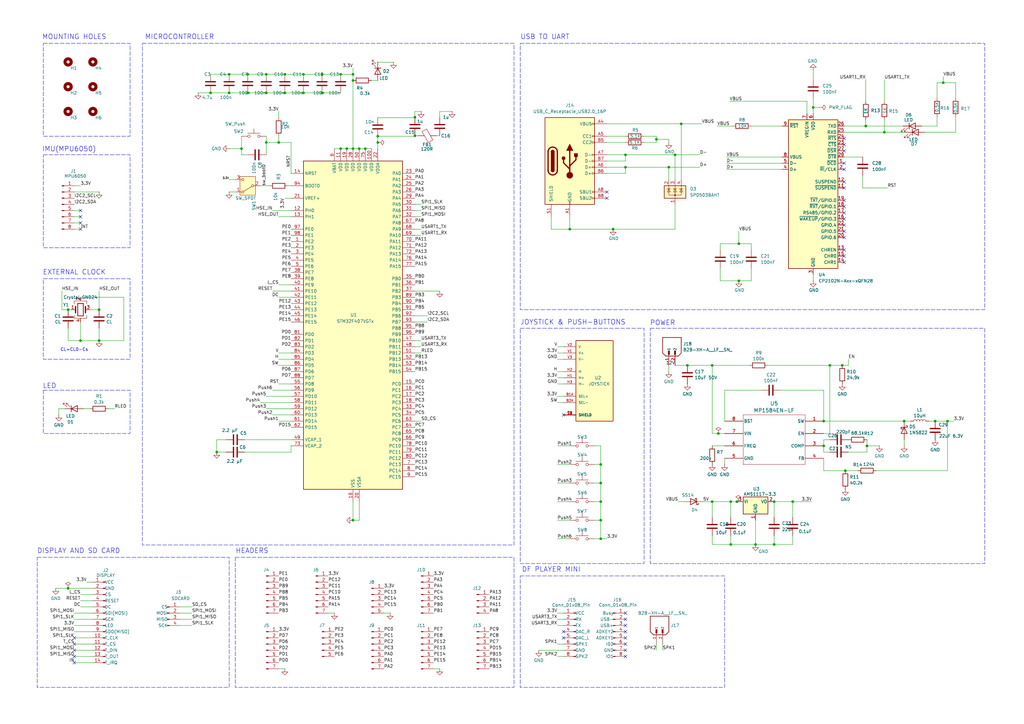
<source format=kicad_sch>
(kicad_sch (version 20250114) (generator "eeschema") (generator_version "9.0")
  (paper "A3")
  (rectangle (start 17.78 63.5) (end 53.34 101.6) (stroke (width 0) (type dash)))
  (rectangle (start 213.3599 236.22) (end 297.18 281.94) (stroke (width 0) (type dash)))
  (rectangle (start 17.78 114.3) (end 53.34 147.32) (stroke (width 0) (type dash)))
  (rectangle (start 213.36 17.7799) (end 403.86 126.9999) (stroke (width 0) (type dash)))
  (rectangle (start 266.7 134.62) (end 403.8599 231.14) (stroke (width 0) (type dash)))
  (rectangle (start 15.24 228.6) (end 93.98 281.94) (stroke (width 0) (type dash)))
  (rectangle (start 96.52 228.6) (end 210.82 281.94) (stroke (width 0) (type dash)))
  (rectangle (start 17.78 17.78) (end 53.34 55.88) (stroke (width 0) (type dash)))
  (rectangle (start 213.36 134.62) (end 264.16 231.14) (stroke (width 0) (type dash)))
  (rectangle (start 58.42 17.7799) (end 210.82 223.5199) (stroke (width 0) (type dash)))
  (rectangle (start 17.78 160.02) (end 53.34 177.8) (stroke (width 0) (type dash)))
  (text "JOYSTICK & PUSH-BUTTONS" (at 234.9992 132.2854 0) (effects (font (size 2 2))))
  (text "MOUNTING HOLES" (at 30.48 15.24 0) (effects (font (size 2 2))))
  (text "DF PLAYER MINI" (at 226.06 233.68 0) (effects (font (size 2 2))))
  (text "EXTERNAL CLOCK\n" (at 30.48 111.76 0) (effects (font (size 2 2))))
  (text "MICROCONTROLLER" (at 73.66 15.24 0) (effects (font (size 2 2))))
  (text "LED\n\n" (at 20.32 160.02 0) (effects (font (size 2 2))))
  (text "DISPLAY AND SD CARD " (at 33.02 226.06 0) (effects (font (size 2 2))))
  (text "USB TO UART" (at 223.52 15.24 0) (effects (font (size 2 2))))
  (text "IMU(MPU6050)" (at 28.3799 61.2738 0) (effects (font (size 2 2))))
  (text "HEADERS " (at 104.14 226.06 0) (effects (font (size 2 2))))
  (text "CL=CL0-Cs\n" (at 30.48 143.51 0) (effects (font (size 1.27 1.27))))
  (text "POWER\n" (at 271.7838 132.5382 0) (effects (font (size 2 2))))
  (junction (at 124.46 38.1))
  (junction (at 303.039 115.1949))
  (junction (at 86.36 38.1))
  (junction (at 386.859 33.9149))
  (junction (at 276.86 63.5))
  (junction (at 246.38 190.5))
  (junction (at 144.78 60.96))
  (junction (at 355.109 51.6949))
  (junction (at 144.78 30.48))
  (junction (at 325.12 205.74))
  (junction (at 132.08 30.48))
  (junction (at 40.64 139.7))
  (junction (at 246.38 213.36))
  (junction (at 109.22 30.48))
  (junction (at 388.62 172.72))
  (junction (at 144.78 33.02))
  (junction (at 109.22 38.1))
  (junction (at 303.039 99.9549))
  (junction (at 345.44 149.86))
  (junction (at 93.98 38.1))
  (junction (at 142.24 60.96))
  (junction (at 269.24 57.15))
  (junction (at 170.18 48.0592))
  (junction (at 337.82 182.88))
  (junction (at 383.54 172.72))
  (junction (at 154.94 55.88))
  (junction (at 109.22 58.42))
  (junction (at 101.6 38.1))
  (junction (at 279.4 50.8))
  (junction (at 370.84 172.72))
  (junction (at 299.72 223.3168))
  (junction (at 154.94 58.42))
  (junction (at 317.5 205.74))
  (junction (at 40.64 127))
  (junction (at 246.38 205.74))
  (junction (at 292.1 149.86))
  (junction (at 147.32 60.96))
  (junction (at 116.84 38.1))
  (junction (at 132.08 38.1))
  (junction (at 317.5 223.3168))
  (junction (at 149.86 60.96))
  (junction (at 302.26 205.74))
  (junction (at 246.38 198.12))
  (junction (at 101.6 30.48))
  (junction (at 337.82 172.72))
  (junction (at 281.94 149.86))
  (junction (at 88.9 185.42))
  (junction (at 139.7 60.96))
  (junction (at 362.729 54.2349))
  (junction (at 233.68 93.98))
  (junction (at 256.54 68.58))
  (junction (at 292.1 205.74))
  (junction (at 294.64 177.8))
  (junction (at 355.6 182.88))
  (junction (at 124.46 30.48))
  (junction (at 116.84 30.48))
  (junction (at 274.32 68.58))
  (junction (at 114.3 58.42))
  (junction (at 340.36 149.86))
  (junction (at 27.94 127))
  (junction (at 139.7 30.48))
  (junction (at 93.98 30.48))
  (junction (at 256.54 63.5))
  (junction (at 333.519 44.0749))
  (junction (at 170.18 55.6792))
  (junction (at 299.72 205.74))
  (junction (at 99.06 60.96))
  (junction (at 33.02 139.7))
  (junction (at 309.88 223.3168))
  (junction (at 144.78 213.36))
  (junction (at 246.38 220.98))
  (junction (at 251.46 93.98))
  (junction (at 27.94 241.3))
  (junction (at 346.71 193.04))
  (no_connect (at 256.54 269.24))
  (no_connect (at 346.219 77.0949))
  (no_connect (at 231.14 170.18))
  (no_connect (at 346.219 69.4749))
  (no_connect (at 346.219 84.7149))
  (no_connect (at 33.02 88.9))
  (no_connect (at 256.54 261.62))
  (no_connect (at 33.02 91.44))
  (no_connect (at 256.54 264.16))
  (no_connect (at 33.02 86.36))
  (no_connect (at 256.54 251.46))
  (no_connect (at 30.48 264.16))
  (no_connect (at 346.219 59.3149))
  (no_connect (at 248.92 81.28))
  (no_connect (at 346.219 102.4949))
  (no_connect (at 346.219 105.0349))
  (no_connect (at 30.48 261.62))
  (no_connect (at 346.219 61.8549))
  (no_connect (at 346.219 66.9349))
  (no_connect (at 231.14 261.62))
  (no_connect (at 346.219 107.5749))
  (no_connect (at 256.54 254))
  (no_connect (at 256.54 259.08))
  (no_connect (at 346.219 74.5549))
  (no_connect (at 30.48 269.24))
  (no_connect (at 346.219 89.7949))
  (no_connect (at 256.54 266.7))
  (no_connect (at 256.54 256.54))
  (no_connect (at 346.219 82.1749))
  (no_connect (at 346.219 94.8749))
  (no_connect (at 346.219 92.3349))
  (no_connect (at 346.219 87.2549))
  (no_connect (at 30.48 266.7))
  (no_connect (at 346.219 56.7749))
  (no_connect (at 231.14 259.08))
  (no_connect (at 33.02 93.98))
  (no_connect (at 248.92 78.74))
  (no_connect (at 30.48 271.78))
  (no_connect (at 346.219 97.4149))
  (wire (pts (xy 119.38 119.38) (xy 111.76 119.38)))
  (wire (pts (xy 88.9 180.34) (xy 88.9 185.42)))
  (wire (pts (xy 325.12 219.71) (xy 325.12 223.3168)))
  (wire (pts (xy 93.98 60.96) (xy 99.06 60.96)))
  (wire (pts (xy 264.16 55.88) (xy 269.24 55.88)))
  (wire (pts (xy 170.18 45.72) (xy 170.18 48.0592)))
  (wire (pts (xy 147.32 205.74) (xy 147.32 213.36)))
  (wire (pts (xy 109.22 58.42) (xy 114.3 58.42)))
  (wire (pts (xy 297.18 172.72) (xy 297.18 160.02)))
  (wire (pts (xy 297.959 64.3949) (xy 320.819 64.3949)))
  (wire (pts (xy 312.42 160.02) (xy 297.18 160.02)))
  (wire (pts (xy 320.04 160.02) (xy 337.82 160.02)))
  (wire (pts (xy 185.42 45.72) (xy 180.34 45.72)))
  (wire (pts (xy 276.86 63.5) (xy 276.86 73.66)))
  (wire (pts (xy 251.46 93.98) (xy 276.86 93.98)))
  (wire (pts (xy 246.38 190.5) (xy 243.84 190.5)))
  (wire (pts (xy 144.78 33.02) (xy 144.78 60.96)))
  (wire (pts (xy 355.6 182.88) (xy 355.6 185.42)))
  (wire (pts (xy 30.48 271.78) (xy 38.1 271.78)))
  (wire (pts (xy 346.219 54.2349) (xy 362.729 54.2349)))
  (wire (pts (xy 271.78 264.16) (xy 271.78 266.7)))
  (wire (pts (xy 337.82 172.72) (xy 370.84 172.72)))
  (wire (pts (xy 132.08 30.48) (xy 124.46 30.48)))
  (wire (pts (xy 119.38 58.42) (xy 114.3 58.42)))
  (wire (pts (xy 170.18 48.26) (xy 154.94 48.26)))
  (wire (pts (xy 30.48 251.46) (xy 38.1 251.46)))
  (wire (pts (xy 228.6 162.56) (xy 231.14 162.56)))
  (wire (pts (xy 170.18 129.54) (xy 175.26 129.54)))
  (wire (pts (xy 274.32 58.42) (xy 274.32 57.15)))
  (wire (pts (xy 33.02 121.92) (xy 50.8 121.92)))
  (wire (pts (xy 154.94 58.42) (xy 154.94 60.96)))
  (wire (pts (xy 299.72 205.74) (xy 302.26 205.74)))
  (wire (pts (xy 233.68 213.36) (xy 228.6 213.36)))
  (wire (pts (xy 330.979 46.6149) (xy 330.979 41.5349)))
  (wire (pts (xy 384.319 51.6949) (xy 384.319 47.8849)))
  (wire (pts (xy 391.939 33.9149) (xy 391.939 40.2649)))
  (wire (pts (xy 256.54 71.12) (xy 248.92 71.12)))
  (wire (pts (xy 180.34 55.6792) (xy 179.07 55.6792)))
  (wire (pts (xy 233.68 93.98) (xy 233.68 88.9)))
  (wire (pts (xy 170.18 48.26) (xy 170.18 48.0592)))
  (wire (pts (xy 33.02 246.38) (xy 38.1 246.38)))
  (wire (pts (xy 26.67 167.64) (xy 24.13 167.64)))
  (wire (pts (xy 81.28 38.1) (xy 86.36 38.1)))
  (wire (pts (xy 292.1 182.88) (xy 297.18 182.88)))
  (wire (pts (xy 30.48 256.54) (xy 38.1 256.54)))
  (wire (pts (xy 44.45 167.64) (xy 46.99 167.64)))
  (wire (pts (xy 248.92 220.98) (xy 246.38 220.98)))
  (wire (pts (xy 274.32 68.58) (xy 274.32 73.66)))
  (wire (pts (xy 33.02 248.92) (xy 38.1 248.92)))
  (wire (pts (xy 106.68 76.2) (xy 110.49 76.2)))
  (wire (pts (xy 333.519 44.0749) (xy 333.519 46.6149)))
  (wire (pts (xy 325.12 205.74) (xy 333.0194 205.74)))
  (wire (pts (xy 172.72 172.72) (xy 170.18 172.72)))
  (wire (pts (xy 119.38 167.64) (xy 109.22 167.64)))
  (wire (pts (xy 353.839 64.3949) (xy 346.219 64.3949)))
  (wire (pts (xy 292.1 177.8) (xy 292.1 149.86)))
  (wire (pts (xy 228.6 144.78) (xy 231.14 144.78)))
  (wire (pts (xy 142.24 60.96) (xy 139.7 60.96)))
  (wire (pts (xy 248.92 68.58) (xy 256.54 68.58)))
  (wire (pts (xy 269.24 264.16) (xy 269.24 266.7)))
  (wire (pts (xy 172.72 144.78) (xy 170.18 144.78)))
  (wire (pts (xy 152.4 60.96) (xy 149.86 60.96)))
  (wire (pts (xy 109.22 55.88) (xy 109.22 58.42)))
  (wire (pts (xy 228.6 264.16) (xy 231.14 264.16)))
  (wire (pts (xy 139.7 38.1) (xy 132.08 38.1)))
  (wire (pts (xy 295.419 102.4949) (xy 295.419 99.9549)))
  (wire (pts (xy 228.6 251.46) (xy 231.14 251.46)))
  (wire (pts (xy 73.66 248.92) (xy 78.74 248.92)))
  (wire (pts (xy 109.22 58.42) (xy 109.22 63.5)))
  (wire (pts (xy 231.14 266.7) (xy 220.98 266.7)))
  (wire (pts (xy 353.839 77.0949) (xy 363.999 77.0949)))
  (wire (pts (xy 386.859 33.9149) (xy 391.939 33.9149)))
  (wire (pts (xy 377.969 51.6949) (xy 384.319 51.6949)))
  (wire (pts (xy 346.71 193.04) (xy 351.79 193.04)))
  (wire (pts (xy 295.419 110.1149) (xy 295.419 115.1949)))
  (wire (pts (xy 139.7 30.48) (xy 132.08 30.48)))
  (wire (pts (xy 27.94 127) (xy 25.4 127)))
  (wire (pts (xy 299.229 41.5349) (xy 330.979 41.5349)))
  (wire (pts (xy 147.32 213.36) (xy 144.78 213.36)))
  (wire (pts (xy 309.88 213.36) (xy 309.88 223.3168)))
  (wire (pts (xy 30.48 86.36) (xy 33.02 86.36)))
  (wire (pts (xy 299.72 219.71) (xy 299.72 223.3168)))
  (wire (pts (xy 119.38 172.72) (xy 114.3 172.72)))
  (wire (pts (xy 119.38 86.36) (xy 111.76 86.36)))
  (wire (pts (xy 388.62 193.04) (xy 388.62 172.72)))
  (wire (pts (xy 386.859 31.3749) (xy 386.859 33.9149)))
  (wire (pts (xy 233.68 220.98) (xy 228.6 220.98)))
  (wire (pts (xy 294.64 177.8) (xy 292.1 177.8)))
  (wire (pts (xy 33.02 139.7) (xy 40.64 139.7)))
  (wire (pts (xy 246.38 205.74) (xy 243.84 205.74)))
  (wire (pts (xy 274.32 68.58) (xy 256.54 68.58)))
  (wire (pts (xy 340.36 177.8) (xy 337.82 177.8)))
  (wire (pts (xy 144.78 60.96) (xy 142.24 60.96)))
  (wire (pts (xy 248.92 50.8) (xy 279.4 50.8)))
  (wire (pts (xy 269.24 55.88) (xy 269.24 57.15)))
  (wire (pts (xy 228.6 152.4) (xy 231.14 152.4)))
  (wire (pts (xy 246.38 198.12) (xy 246.38 205.74)))
  (wire (pts (xy 248.92 55.88) (xy 256.54 55.88)))
  (wire (pts (xy 280.67 205.74) (xy 278.13 205.74)))
  (wire (pts (xy 233.68 198.12) (xy 228.6 198.12)))
  (wire (pts (xy 370.84 182.88) (xy 370.84 180.34)))
  (wire (pts (xy 172.72 93.98) (xy 170.18 93.98)))
  (wire (pts (xy 119.38 170.18) (xy 111.76 170.18)))
  (wire (pts (xy 30.48 266.7) (xy 38.1 266.7)))
  (wire (pts (xy 154.94 25.4) (xy 154.94 25.5051)))
  (wire (pts (xy 228.6 157.48) (xy 231.14 157.48)))
  (wire (pts (xy 337.82 180.34) (xy 340.36 180.34)))
  (wire (pts (xy 124.46 30.48) (xy 116.84 30.48)))
  (wire (pts (xy 292.1 223.3168) (xy 299.72 223.3168)))
  (wire (pts (xy 30.48 264.16) (xy 38.1 264.16)))
  (wire (pts (xy 297.18 190.5) (xy 297.18 187.96)))
  (wire (pts (xy 180.34 45.72) (xy 180.34 48.0592)))
  (wire (pts (xy 119.38 180.34) (xy 100.33 180.34)))
  (wire (pts (xy 139.7 60.96) (xy 137.16 60.96)))
  (wire (pts (xy 144.78 60.96) (xy 147.32 60.96)))
  (wire (pts (xy 119.38 144.78) (xy 114.3 144.78)))
  (wire (pts (xy 274.32 57.15) (xy 269.24 57.15)))
  (wire (pts (xy 36.83 127) (xy 40.64 127)))
  (wire (pts (xy 355.6 185.42) (xy 347.98 185.42)))
  (wire (pts (xy 246.38 205.74) (xy 246.38 213.36)))
  (wire (pts (xy 256.54 66.04) (xy 248.92 66.04)))
  (wire (pts (xy 119.38 58.42) (xy 119.38 71.12)))
  (wire (pts (xy 383.54 172.72) (xy 388.62 172.72)))
  (wire (pts (xy 132.08 38.1) (xy 124.46 38.1)))
  (wire (pts (xy 144.78 205.74) (xy 144.78 213.36)))
  (wire (pts (xy 30.48 269.24) (xy 38.1 269.24)))
  (wire (pts (xy 50.8 121.92) (xy 50.8 139.7)))
  (wire (pts (xy 384.319 33.9149) (xy 386.859 33.9149)))
  (wire (pts (xy 93.98 38.1) (xy 86.36 38.1)))
  (wire (pts (xy 384.319 33.9149) (xy 384.319 40.2649)))
  (wire (pts (xy 114.3 274.32) (xy 116.84 274.32)))
  (wire (pts (xy 92.71 180.34) (xy 88.9 180.34)))
  (wire (pts (xy 119.38 88.9) (xy 114.3 88.9)))
  (wire (pts (xy 276.86 63.5) (xy 287.02 63.5)))
  (wire (pts (xy 359.41 193.04) (xy 388.62 193.04)))
  (wire (pts (xy 246.38 182.88) (xy 243.84 182.88)))
  (wire (pts (xy 109.22 38.1) (xy 101.6 38.1)))
  (wire (pts (xy 370.84 172.72) (xy 373.38 172.72)))
  (wire (pts (xy 246.38 213.36) (xy 243.84 213.36)))
  (wire (pts (xy 27.94 139.7) (xy 33.02 139.7)))
  (wire (pts (xy 154.94 55.88) (xy 154.94 58.42)))
  (wire (pts (xy 256.54 63.5) (xy 256.54 66.04)))
  (wire (pts (xy 317.5 219.71) (xy 317.5 223.3168)))
  (wire (pts (xy 226.06 88.9) (xy 226.06 93.98)))
  (wire (pts (xy 246.38 220.98) (xy 246.38 213.36)))
  (wire (pts (xy 233.68 190.5) (xy 228.6 190.5)))
  (wire (pts (xy 228.6 142.24) (xy 231.14 142.24)))
  (wire (pts (xy 119.38 149.86) (xy 114.3 149.86)))
  (wire (pts (xy 269.24 58.42) (xy 264.16 58.42)))
  (wire (pts (xy 228.6 256.54) (xy 231.14 256.54)))
  (wire (pts (xy 292.1 205.74) (xy 292.1 212.09)))
  (wire (pts (xy 228.6 154.94) (xy 231.14 154.94)))
  (wire (pts (xy 30.48 76.2) (xy 33.02 76.2)))
  (wire (pts (xy 180.34 119.38) (xy 170.18 119.38)))
  (wire (pts (xy 25.4 119.38) (xy 25.4 127)))
  (wire (pts (xy 99.06 63.5) (xy 99.06 60.96)))
  (wire (pts (xy 347.98 147.32) (xy 347.98 149.86)))
  (wire (pts (xy 233.68 182.88) (xy 228.6 182.88)))
  (wire (pts (xy 228.6 147.32) (xy 231.14 147.32)))
  (wire (pts (xy 337.82 185.42) (xy 337.82 182.88)))
  (wire (pts (xy 388.62 172.72) (xy 391.16 172.72)))
  (wire (pts (xy 292.1 149.86) (xy 307.34 149.86)))
  (wire (pts (xy 114.3 48.26) (xy 114.3 45.72)))
  (wire (pts (xy 246.38 182.88) (xy 246.38 190.5)))
  (wire (pts (xy 248.92 63.5) (xy 256.54 63.5)))
  (wire (pts (xy 295.419 115.1949) (xy 303.039 115.1949)))
  (wire (pts (xy 294.149 51.6949) (xy 300.499 51.6949)))
  (wire (pts (xy 279.4 50.8) (xy 287.799 50.8)))
  (wire (pts (xy 303.039 115.1949) (xy 308.119 115.1949)))
  (wire (pts (xy 355.109 32.6449) (xy 355.109 41.5349)))
  (wire (pts (xy 171.45 55.6792) (xy 170.18 55.6792)))
  (wire (pts (xy 116.84 38.1) (xy 109.22 38.1)))
  (wire (pts (xy 99.06 55.88) (xy 99.06 60.96)))
  (wire (pts (xy 355.109 51.6949) (xy 370.349 51.6949)))
  (wire (pts (xy 172.72 86.36) (xy 170.18 86.36)))
  (wire (pts (xy 149.86 60.96) (xy 147.32 60.96)))
  (wire (pts (xy 317.5 205.74) (xy 317.5 212.09)))
  (wire (pts (xy 119.38 116.84) (xy 114.3 116.84)))
  (wire (pts (xy 119.38 147.32) (xy 114.3 147.32)))
  (wire (pts (xy 119.38 165.1) (xy 106.68 165.1)))
  (wire (pts (xy 233.68 93.98) (xy 251.46 93.98)))
  (wire (pts (xy 381 172.72) (xy 383.54 172.72)))
  (wire (pts (xy 274.32 68.58) (xy 287.02 68.58)))
  (wire (pts (xy 27.94 127) (xy 29.21 127)))
  (wire (pts (xy 226.06 93.98) (xy 233.68 93.98)))
  (wire (pts (xy 337.82 160.02) (xy 337.82 172.72)))
  (wire (pts (xy 101.6 30.48) (xy 93.98 30.48)))
  (wire (pts (xy 274.32 149.86) (xy 274.32 152.4)))
  (wire (pts (xy 96.52 73.66) (xy 93.98 73.66)))
  (wire (pts (xy 101.6 63.5) (xy 99.06 63.5)))
  (wire (pts (xy 180.34 274.32) (xy 177.8 274.32)))
  (wire (pts (xy 228.6 254) (xy 231.14 254)))
  (wire (pts (xy 172.72 83.82) (xy 170.18 83.82)))
  (wire (pts (xy 303.039 99.9549) (xy 308.119 99.9549)))
  (wire (pts (xy 154.94 33.02) (xy 152.4 33.02)))
  (wire (pts (xy 355.6 182.88) (xy 360.68 182.88)))
  (wire (pts (xy 340.36 149.86) (xy 340.36 177.8)))
  (wire (pts (xy 333.519 44.0749) (xy 336.059 44.0749)))
  (wire (pts (xy 269.24 57.15) (xy 269.24 58.42)))
  (wire (pts (xy 340.36 185.42) (xy 337.82 185.42)))
  (wire (pts (xy 101.6 38.1) (xy 93.98 38.1)))
  (wire (pts (xy 30.48 78.74) (xy 40.64 78.74)))
  (wire (pts (xy 96.52 78.74) (xy 93.98 78.74)))
  (wire (pts (xy 314.96 149.86) (xy 340.36 149.86)))
  (wire (pts (xy 353.839 72.0149) (xy 353.839 77.0949)))
  (wire (pts (xy 27.94 134.62) (xy 27.94 139.7)))
  (wire (pts (xy 302.8188 205.74) (xy 302.26 205.74)))
  (wire (pts (xy 154.94 25.5051) (xy 161.3967 25.5051)))
  (wire (pts (xy 246.38 198.12) (xy 243.84 198.12)))
  (wire (pts (xy 279.4 73.66) (xy 279.4 50.8)))
  (wire (pts (xy 124.46 38.1) (xy 116.84 38.1)))
  (wire (pts (xy 276.86 83.82) (xy 276.86 93.98)))
  (wire (pts (xy 33.02 132.08) (xy 33.02 139.7)))
  (wire (pts (xy 40.64 119.38) (xy 40.64 127)))
  (wire (pts (xy 308.119 99.9549) (xy 308.119 102.4949)))
  (wire (pts (xy 30.48 88.9) (xy 33.02 88.9)))
  (wire (pts (xy 303.039 99.9549) (xy 303.039 94.8749)))
  (wire (pts (xy 248.92 58.42) (xy 256.54 58.42)))
  (wire (pts (xy 337.82 193.04) (xy 337.82 187.96)))
  (wire (pts (xy 30.48 259.08) (xy 38.1 259.08)))
  (wire (pts (xy 297.959 66.9349) (xy 320.819 66.9349)))
  (wire (pts (xy 346.219 51.6949) (xy 355.109 51.6949)))
  (wire (pts (xy 170.18 142.24) (xy 172.72 142.24)))
  (wire (pts (xy 299.72 223.3168) (xy 309.88 223.3168)))
  (wire (pts (xy 292.1 205.74) (xy 299.72 205.74)))
  (wire (pts (xy 40.64 139.7) (xy 40.64 134.62)))
  (wire (pts (xy 116.84 30.48) (xy 109.22 30.48)))
  (wire (pts (xy 30.48 261.62) (xy 38.1 261.62)))
  (wire (pts (xy 119.38 157.48) (xy 114.3 157.48)))
  (wire (pts (xy 93.98 30.48) (xy 86.36 30.48)))
  (wire (pts (xy 228.6 269.24) (xy 231.14 269.24)))
  (wire (pts (xy 333.519 28.8349) (xy 333.519 32.6449)))
  (wire (pts (xy 119.38 162.56) (xy 109.22 162.56)))
  (wire (pts (xy 246.38 220.98) (xy 243.84 220.98)))
  (wire (pts (xy 157.48 251.46) (xy 160.02 251.46)))
  (wire (pts (xy 337.82 193.04) (xy 346.71 193.04)))
  (wire (pts (xy 299.72 205.74) (xy 299.72 212.09)))
  (wire (pts (xy 317.5 205.74) (xy 325.12 205.74)))
  (wire (pts (xy 119.38 121.92) (xy 114.3 121.92)))
  (wire (pts (xy 317.5 223.3168) (xy 325.12 223.3168)))
  (wire (pts (xy 73.66 254) (xy 78.74 254)))
  (wire (pts (xy 144.78 30.48) (xy 139.7 30.48)))
  (wire (pts (xy 50.8 139.7) (xy 40.64 139.7)))
  (wire (pts (xy 308.119 115.1949) (xy 308.119 110.1149)))
  (wire (pts (xy 73.66 256.54) (xy 78.74 256.54)))
  (wire (pts (xy 347.98 149.86) (xy 345.44 149.86)))
  (wire (pts (xy 308.119 51.6949) (xy 320.819 51.6949)))
  (wire (pts (xy 22.86 241.3) (xy 27.94 241.3)))
  (wire (pts (xy 24.13 167.64) (xy 24.13 170.18)))
  (wire (pts (xy 362.729 54.2349) (xy 362.729 49.1549)))
  (wire (pts (xy 309.88 223.3168) (xy 317.5 223.3168)))
  (wire (pts (xy 292.1 219.71) (xy 292.1 223.3168)))
  (wire (pts (xy 109.22 30.48) (xy 101.6 30.48)))
  (wire (pts (xy 119.38 160.02) (xy 111.76 160.02)))
  (wire (pts (xy 170.18 55.88) (xy 154.94 55.88)))
  (wire (pts (xy 119.38 76.2) (xy 118.11 76.2)))
  (wire (pts (xy 391.939 54.2349) (xy 391.939 47.8849)))
  (wire (pts (xy 30.48 91.44) (xy 33.02 91.44)))
  (wire (pts (xy 325.12 212.09) (xy 325.12 205.74)))
  (wire (pts (xy 30.48 93.98) (xy 33.02 93.98)))
  (wire (pts (xy 170.18 55.88) (xy 170.18 55.6792)))
  (wire (pts (xy 362.729 32.6449) (xy 362.729 41.5349)))
  (wire (pts (xy 228.6 165.1) (xy 231.14 165.1)))
  (wire (pts (xy 297.18 177.8) (xy 294.64 177.8)))
  (wire (pts (xy 256.54 68.58) (xy 256.54 71.12)))
  (wire (pts (xy 276.86 63.5) (xy 256.54 63.5)))
  (wire (pts (xy 119.38 185.42) (xy 119.38 182.88)))
  (wire (pts (xy 119.38 81.28) (xy 116.84 81.28)))
  (wire (pts (xy 345.44 149.86) (xy 340.36 149.86)))
  (wire (pts (xy 172.72 96.52) (xy 170.18 96.52)))
  (wire (pts (xy 30.48 254) (xy 38.1 254)))
  (wire (pts (xy 333.519 112.6549) (xy 333.519 115.1949)))
  (wire (pts (xy 172.72 45.72) (xy 170.18 45.72)))
  (wire (pts (xy 295.419 99.9549) (xy 303.039 99.9549)))
  (wire (pts (xy 355.109 49.1549) (xy 355.109 51.6949)))
  (wire (pts (xy 379.239 54.2349) (xy 391.939 54.2349)))
  (wire (pts (xy 362.729 54.2349) (xy 371.619 54.2349)))
  (wire (pts (xy 170.18 132.08) (xy 175.26 132.08)))
  (wire (pts (xy 73.66 251.46) (xy 78.74 251.46)))
  (wire (pts (xy 333.519 40.2649) (xy 333.519 44.0749)))
  (wire (pts (xy 281.94 149.86) (xy 292.1 149.86)))
  (wire (pts (xy 33.02 243.84) (xy 38.1 243.84)))
  (wire (pts (xy 170.18 139.7) (xy 172.72 139.7)))
  (wire (pts (xy 34.29 167.64) (xy 36.83 167.64)))
  (wire (pts (xy 297.959 69.4749) (xy 320.819 69.4749)))
  (wire (pts (xy 144.78 30.48) (xy 144.78 33.02)))
  (wire (pts (xy 276.86 149.86) (xy 281.94 149.86)))
  (wire (pts (xy 144.78 27.94) (xy 144.78 30.48)))
  (wire (pts (xy 172.72 88.9) (xy 170.18 88.9)))
  (wire (pts (xy 27.94 241.3) (xy 38.1 241.3)))
  (wire (pts (xy 337.82 182.88) (xy 337.82 180.34)))
  (wire (pts (xy 288.29 205.74) (xy 292.1 205.74)))
  (wire (pts (xy 114.3 58.42) (xy 114.3 55.88)))
  (wire (pts (xy 119.38 185.42) (xy 100.33 185.42)))
  (wire (pts (xy 88.9 185.42) (xy 92.71 185.42)))
  (wire (pts (xy 35.56 238.76) (xy 38.1 238.76)))
  (wire (pts (xy 134.62 251.46) (xy 137.16 251.46)))
  (wire (pts (xy 355.6 180.34) (xy 355.6 182.88)))
  (wire (pts (xy 233.68 205.74) (xy 228.6 205.74)))
  (wire (pts (xy 246.38 190.5) (xy 246.38 198.12)))
  (label "SPI1_MOSI" (at 30.48 251.46 180))
  (label "PB9" (at 114.3 241.3 0))
  (label "PB9" (at 170.18 137.16 0))
  (label "SPI1_MISO" (at 30.48 269.24 180))
  (label "PE15" (at 177.8 271.78 0))
  (label "PD1" (at 119.38 139.7 180))
  (label "PD2" (at 114.3 266.7 0))
  (label "D-" (at 287.02 63.5 0))
  (label "RST" (at 363.999 77.0949 0))
  (label "PC4" (at 170.18 167.64 0))
  (label "PC3" (at 157.48 266.7 0))
  (label "PD15" (at 200.66 266.7 0))
  (label "PC12" (at 134.62 238.76 0))
  (label "PA14" (at 170.18 106.68 0))
  (label "3.3V" (at 144.78 27.94 180))
  (label "HSE_IN" (at 25.4 119.38 0))
  (label "PC15" (at 170.18 195.58 0))
  (label "L_CS" (at 33.02 243.84 180))
  (label "SPI1_MOSI" (at 78.74 251.46 0))
  (label "PA0" (at 170.18 71.12 0))
  (label "Push4" (at 106.68 165.1 180))
  (label "Push5" (at 109.22 162.56 180))
  (label "PE2" (at 119.38 99.06 180))
  (label "PC5" (at 170.18 170.18 0))
  (label "Push5" (at 228.6 213.36 0))
  (label "VBUS" (at 303.039 94.8749 0))
  (label "PB3" (at 170.18 121.92 0))
  (label "PA3" (at 177.8 238.76 0))
  (label "PE14" (at 177.8 269.24 0))
  (label "INT" (at 33.02 93.98 0))
  (label "PE5" (at 137.16 266.7 0))
  (label "PA12" (at 200.66 246.38 0))
  (label "Push4" (at 228.6 205.74 0))
  (label "PC13" (at 170.18 190.5 0))
  (label "Push6" (at 111.76 160.02 180))
  (label "PE14" (at 119.38 129.54 180))
  (label "SPK2" (at 228.6 269.24 180))
  (label "D+" (at 287.02 68.58 0))
  (label "PA13" (at 170.18 104.14 0))
  (label "I2C2_SCL" (at 30.48 81.28 0))
  (label "PA3" (at 170.18 78.74 0))
  (label "PC7" (at 170.18 175.26 0))
  (label "3.3V" (at 93.98 73.66 180) (effects (font (size 0.8 0.8))))
  (label "PC5" (at 177.8 246.38 0))
  (label "PA4" (at 170.18 81.28 0))
  (label "PE5" (at 119.38 106.68 180))
  (label "L_CS" (at 114.3 116.84 180))
  (label "HSE_IN" (at 111.76 86.36 180))
  (label "3.3V" (at 35.56 238.76 180))
  (label "3.3V" (at 228.6 251.46 180))
  (label "Push3" (at 228.6 198.12 0))
  (label "PE3" (at 119.38 101.6 180))
  (label "PC10" (at 170.18 182.88 0))
  (label "PE4" (at 119.38 104.14 180))
  (label "SW" (at 114.3 149.86 180))
  (label "PA11" (at 200.66 248.92 0))
  (label "PB8" (at 114.3 243.84 0))
  (label "PE0" (at 119.38 93.98 180))
  (label "3.3V" (at 30.48 256.54 180))
  (label "12V" (at 276.86 149.86 180))
  (label "SPI1_MISO" (at 78.74 254 0))
  (label "RESET" (at 33.02 246.38 180))
  (label "PA13" (at 200.66 243.84 0))
  (label "VBUS" (at 297.959 64.3949 0))
  (label "PB0" (at 177.8 248.92 0))
  (label "PE15" (at 119.38 132.08 180))
  (label "PE3" (at 137.16 261.62 0))
  (label "USART1_TX" (at 172.72 93.98 0))
  (label "PB14" (at 200.66 271.78 0))
  (label "PC12" (at 170.18 187.96 0))
  (label "I2C2_SCL" (at 175.26 129.54 0))
  (label "Push1" (at 228.6 182.88 0))
  (label "PB1" (at 177.8 251.46 0))
  (label "PE4" (at 137.16 264.16 0))
  (label "SD_CS" (at 172.72 172.72 0))
  (label "3.3V" (at 228.6 162.56 180))
  (label "HSE_OUT" (at 40.64 119.38 0))
  (label "PB5" (at 170.18 127 0))
  (label "PD15" (at 119.38 175.26 180))
  (label "PE13" (at 119.38 127 180))
  (label "VBUS" (at 299.229 41.5349 0))
  (label "3.3V" (at 157.48 241.3 0))
  (label "PD1" (at 114.3 269.24 0))
  (label "PE2" (at 137.16 259.08 0))
  (label "SD_CS" (at 78.74 248.92 0))
  (label "PA15" (at 170.18 109.22 0))
  (label "PE8" (at 177.8 261.62 0))
  (label "PB15" (at 170.18 152.4 0))
  (label "Push6" (at 228.6 220.98 0))
  (label "SPI1_MISO" (at 30.48 259.08 180))
  (label "PC2" (at 170.18 162.56 0))
  (label "SPI1_SLK" (at 78.74 256.54 0))
  (label "PE8" (at 119.38 114.3 180))
  (label "PA4" (at 177.8 241.3 0))
  (label "IN" (at 30.48 271.78 180))
  (label "sw_boot0" (at 109.22 76.2 90))
  (label "PB14" (at 170.18 149.86 0))
  (label "PC4" (at 177.8 243.84 0))
  (label "3.3V" (at 114.3 45.72 180))
  (label "RESET" (at 111.76 119.38 180))
  (label "Push3" (at 109.22 167.64 180))
  (label "PD6" (at 119.38 152.4 180))
  (label "Push2" (at 111.76 170.18 180))
  (label "PC0" (at 170.18 157.48 0))
  (label "PE1" (at 114.3 236.22 0))
  (label "GND" (at 228.6 147.32 180))
  (label "PD6" (at 114.3 264.16 0))
  (label "USART3_TX" (at 228.6 254 180))
  (label "SW" (at 228.6 165.1 180))
  (label "RST" (at 114.3 157.48 180))
  (label "PA1" (at 157.48 271.78 0))
  (label "PC14" (at 170.18 193.04 0))
  (label "PC9" (at 200.66 259.08 0))
  (label "VBUS" (at 294.149 51.6949 0))
  (label "3.3V" (at 134.62 236.22 0))
  (label "3.3V" (at 333.0194 205.74 180))
  (label "V" (at 114.3 144.78 180))
  (label "PB3" (at 114.3 251.46 0))
  (label "H" (at 114.3 147.32 180))
  (label "SPI1_SLK" (at 172.72 83.82 0))
  (label "PC11" (at 170.18 185.42 0))
  (label "SPI1_MOSI" (at 30.48 266.7 180))
  (label "3.3V" (at 228.6 144.78 180))
  (label "USART3_TX" (at 172.72 139.7 0))
  (label "3.3V" (at 33.02 76.2 0))
  (label "USART1_RX" (at 355.109 32.6449 180))
  (label "DC" (at 114.3 121.92 180))
  (label "PD2" (at 119.38 142.24 180))
  (label "PD7" (at 119.38 154.94 180))
  (label "3.3V" (at 248.92 220.98 0))
  (label "SPI1_SLK" (at 30.48 254 180))
  (label "PB13" (at 170.18 147.32 0))
  (label "EN" (at 347.98 147.32 0))
  (label "PE0" (at 114.3 238.76 0))
  (label "PB8" (at 170.18 134.62 0))
  (label "PA2" (at 157.48 274.32 0))
  (label "PC8" (at 200.66 261.62 0))
  (label "USART1_TX" (at 362.729 32.6449 0))
  (label "VBUS" (at 386.859 31.3749 0))
  (label "PA1" (at 170.18 73.66 0))
  (label "DC" (at 33.02 248.92 180))
  (label "PE1" (at 119.38 96.52 180))
  (label "PE13" (at 177.8 266.7 0))
  (label "SPK2" (at 269.24 266.7 180))
  (label "PA12" (at 170.18 101.6 0))
  (label "T_CS" (at 30.48 264.16 180))
  (label "SPI1_MOSI" (at 172.72 88.9 0))
  (label "PB5" (at 114.3 246.38 0))
  (label "PE7" (at 177.8 259.08 0))
  (label "RLED" (at 172.72 144.78 0))
  (label "3.3V" (at 177.8 236.22 0))
  (label "PC14" (at 157.48 246.38 0))
  (label "PC0" (at 157.48 259.08 0))
  (label "NRST" (at 119.38 63.6215 270))
  (label "PB1" (at 170.18 116.84 0))
  (label "3.3V" (at 116.84 81.28 270))
  (label "PB4" (at 170.18 124.46 0))
  (label "PE6" (at 119.38 109.22 180))
  (label "PC1" (at 157.48 261.62 0))
  (label "I2C2_SDA" (at 175.26 132.08 0))
  (label "PE12" (at 119.38 124.46 180))
  (label "PC9" (at 170.18 180.34 0))
  (label "PD0" (at 119.38 137.16 180))
  (label "PA2" (at 170.18 76.2 0))
  (label "SPI1_MISO" (at 172.72 86.36 0))
  (label "D-" (at 297.959 66.9349 0))
  (label "HSE_OUT" (at 114.3 88.9 180))
  (label "PA8" (at 200.66 251.46 0))
  (label "PC8" (at 170.18 177.8 0))
  (label "3.3V" (at 228.6 154.94 180))
  (label "PA14" (at 134.62 248.92 0))
  (label "PB15" (at 200.66 269.24 0))
  (label "PC15" (at 157.48 248.92 0))
  (label "PA15" (at 134.62 246.38 0))
  (label "PB0" (at 170.18 114.3 0))
  (label "PC1" (at 170.18 160.02 0))
  (label "PB13" (at 200.66 274.32 0))
  (label "Push1" (at 114.3 172.72 180))
  (label "PA11" (at 170.18 99.06 0))
  (label "PD7" (at 114.3 261.62 0))
  (label "I2C2_SDA" (at 30.48 83.82 0))
  (label "USART1_RX" (at 172.72 96.52 0))
  (label "5V" (at 290.83 205.74 180))
  (label "H" (at 228.6 152.4 180))
  (label "USART3_RX" (at 228.6 256.54 180))
  (label "V" (at 228.6 142.24 180))
  (label "D+" (at 297.959 69.4749 0))
  (label "PE6" (at 137.16 269.24 0))
  (label "Push2" (at 228.6 190.5 0))
  (label "RLED" (at 46.99 167.64 0))
  (label "PC11" (at 134.62 241.3 0))
  (label "PA0" (at 157.48 269.24 0))
  (label "PC3" (at 170.18 165.1 0))
  (label "USART3_RX" (at 172.72 142.24 0))
  (label "GND" (at 228.6 157.48 180))
  (label "PB4" (at 114.3 248.92 0))
  (label "PA8" (at 170.18 91.44 0))
  (label "SPK1" (at 271.78 266.7 0))
  (label "PD0" (at 114.3 271.78 0))
  (label "PC10" (at 134.62 243.84 0))
  (label "SPI1_SLK" (at 30.48 261.62 180))
  (label "SPK1" (at 228.6 264.16 180))
  (label "3.3V" (at 391.16 172.72 0))
  (label "PE7" (at 119.38 111.76 180))
  (label "3.3V" (at 114.3 259.08 0))
  (label "VBUS" (at 287.799 50.8 0))
  (label "PE12" (at 177.8 264.16 0))
  (label "PC2" (at 157.48 264.16 0))
  (label "PC7" (at 200.66 264.16 0))
  (label "PC13" (at 157.48 243.84 0))
  (label "VBUS" (at 278.13 205.74 180))
  (symbol (lib_id "power:GND") (at 93.98 60.96 270) (unit 1)
    (property "Reference" "#PWR07" (effects (hide yes)))
    (property "Value" "GND" (at 90.8051 60.96 90) (effects (justify right)))
    (property "Description" "Power symbol creates a global label with name \"GND\" , ground" (effects (hide yes)))
  )
  (symbol (lib_id "Device:C") (at 317.5 215.9 0) (unit 1)
    (property "Reference" "C23" (at 320.6496 214.6299 0) (effects (justify left)))
    (property "Value" "22uF" (at 320.6496 217.1699 0) (effects (justify left)))
    (property "Footprint" "Capacitor_SMD:C_0805_2012Metric" (effects (hide yes)))
  )
  (symbol (lib_id "Switch:SW_Push") (at 104.14 55.88 0) (unit 1)
    (property "Reference" "SW2" (at 97.9089 53.8558 0))
    (property "Value" "SW_Push" (at 96.52 50.8 0))
    (property "Footprint" "Button_Switch_SMD:SW_Push_SPST_NO_Alps_SKRK" (effects (hide yes)))
    (property "Description" "Push button switch, generic, two pins" (effects (hide yes)))
  )
  (symbol (lib_id "Device:R") (at 148.59 33.02 270) (mirror x) (unit 1)
    (property "Reference" "R4" (at 147.5556 36.1052 90))
    (property "Value" "0.3k" (at 149.7261 38.3055 90))
    (property "Footprint" "Resistor_SMD:R_0805_2012Metric" (effects (hide yes)))
    (property "Description" "Resistor" (effects (hide yes)))
  )
  (symbol (lib_id "Switch:SW_Push") (at 238.76 190.5 0) (mirror y) (unit 1)
    (property "Reference" "SW4" (at 238.7915 186.5518 0))
    (property "Value" "SW_Push" (effects (hide yes)))
    (property "Footprint" "Button_Switch_SMD:SW_Push_SPST_NO_Alps_SKRK" (effects (hide yes)))
    (property "Description" "Push button switch, generic, two pins" (effects (hide yes)))
  )
  (symbol (lib_id "Device:C") (at 325.12 215.9 0) (unit 1)
    (property "Reference" "C24" (at 328.041 214.9915 0) (effects (justify left)))
    (property "Value" "0.1uF" (at 327.5584 217.9828 0) (effects (justify left)))
    (property "Footprint" "Capacitor_SMD:C_0805_2012Metric" (effects (hide yes)))
  )
  (symbol (lib_id "power:GND") (at 40.64 139.7 0) (unit 1)
    (property "Reference" "#PWR04" (effects (hide yes)))
    (property "Value" "GND" (effects (hide yes)))
    (property "Description" "Power symbol creates a global label with name \"GND\" , ground" (effects (hide yes)))
  )
  (symbol (lib_id "Device:R") (at 304.309 51.6949 90) (unit 1)
    (property "Reference" "R8" (at 304.309 49.1549 90))
    (property "Value" "10K" (at 304.563 51.6949 90))
    (property "Footprint" "Resistor_SMD:R_0805_2012Metric" (effects (hide yes)))
    (property "Description" "Resistor" (effects (hide yes)))
  )
  (symbol (lib_id "power:GND") (at 220.98 266.7 0) (mirror y) (unit 1)
    (property "Reference" "#PWR018" (effects (hide yes)))
    (property "Value" "GND" (at 220.98 270.8331 0))
    (property "Description" "Power symbol creates a global label with name \"GND\" , ground" (effects (hide yes)))
  )
  (symbol (lib_id "Device:LED") (at 375.429 54.2349 0) (unit 1)
    (property "Reference" "D7" (at 374.921 59.0609 0))
    (property "Value" "LED" (at 374.667 57.2829 0))
    (property "Footprint" "LED_SMD:LED_0805_2012Metric" (effects (hide yes)))
    (property "Description" "Light emitting diode" (effects (hide yes)))
  )
  (symbol (lib_id "Device:C") (at 295.419 106.3049 0) (unit 1)
    (property "Reference" "C19" (at 299.229 105.0348 0) (effects (justify left)))
    (property "Value" "100nF" (at 299.229 107.5748 0) (effects (justify left)))
    (property "Footprint" "Capacitor_SMD:C_0805_2012Metric" (effects (hide yes)))
    (property "Description" "Unpolarized capacitor" (effects (hide yes)))
  )
  (symbol (lib_id "power:GND") (at 383.54 180.34 0) (unit 1)
    (property "Reference" "#PWR033" (effects (hide yes)))
    (property "Value" "GND" (at 383.54 184.4731 0))
    (property "Description" "Power symbol creates a global label with name \"GND\" , ground" (effects (hide yes)))
  )
  (symbol (lib_id "power:GND") (at 333.519 28.8349 180) (unit 1)
    (property "Reference" "#PWR027" (effects (hide yes)))
    (property "Value" "GND" (at 333.265 25.0249 0))
    (property "Description" "Power symbol creates a global label with name \"GND\" , ground" (effects (hide yes)))
  )
  (symbol (lib_id "power:GND") (at 172.72 45.72 0) (mirror y) (unit 1)
    (property "Reference" "#PWR014" (effects (hide yes)))
    (property "Value" "GND" (effects (hide yes)))
    (property "Description" "Power symbol creates a global label with name \"GND\" , ground" (effects (hide yes)))
  )
  (symbol (lib_id "power:GND") (at 370.84 182.88 0) (unit 1)
    (property "Reference" "#PWR032" (effects (hide yes)))
    (property "Value" "GND" (at 370.84 187.0131 0))
    (property "Description" "Power symbol creates a global label with name \"GND\" , ground" (effects (hide yes)))
  )
  (symbol (lib_id "power:GND") (at 309.88 223.3168 0) (unit 1)
    (property "Reference" "#PWR026" (effects (hide yes)))
    (property "Value" "GND" (at 313.1058 226.1616 0))
  )
  (symbol (lib_id "Device:R") (at 114.3 52.07 0) (mirror x) (unit 1)
    (property "Reference" "R2" (at 116.84 50.8 0))
    (property "Value" "10K" (at 117.0362 52.07 0))
    (property "Footprint" "Resistor_SMD:R_0805_2012Metric" (effects (hide yes)))
    (property "Description" "Resistor" (effects (hide yes)))
  )
  (symbol (lib_id "Device:R") (at 260.35 55.88 90) (unit 1)
    (property "Reference" "R5" (at 260.604 53.34 90))
    (property "Value" "5.1K" (at 260.604 55.88 90))
    (property "Footprint" "Resistor_SMD:R_0805_2012Metric" (effects (hide yes)))
    (property "Description" "Resistor" (effects (hide yes)))
  )
  (symbol (lib_id "Mechanical:MountingHole") (at 27.94 45.72 270) (unit 1)
    (property "Reference" "H3" (at 28.8485 48.26 90) (effects (justify left)))
    (property "Value" "MountingHole" (effects (hide yes)))
    (property "Footprint" "MountingHole:MountingHole_3.2mm_M3" (effects (hide yes)))
  )
  (symbol (lib_id "power:GND") (at 185.42 45.72 0) (mirror y) (unit 1)
    (property "Reference" "#PWR017" (effects (hide yes)))
    (property "Value" "GND" (effects (hide yes)))
    (property "Description" "Power symbol creates a global label with name \"GND\" , ground" (effects (hide yes)))
  )
  (symbol (lib_id "Connector:Conn_01x07_Pin") (at 172.72 266.7 0) (unit 1)
    (property "Reference" "J11" (at 172.72 256.54 0))
    (property "Value" "Conn_01x07_Pin" (effects (hide yes)))
    (property "Footprint" "Connector_PinHeader_2.54mm:PinHeader_1x07_P2.54mm_Vertical" (effects (hide yes)))
    (property "Description" "Generic connector, single row, 01x07, script generated" (effects (hide yes)))
  )
  (symbol (lib_id "Device:C") (at 105.41 63.5 90) (unit 1)
    (property "Reference" "C8" (at 106.6222 66.421 0) (effects (justify right)))
    (property "Value" "100n" (at 104.1979 66.421 0) (effects (justify right)))
    (property "Footprint" "Capacitor_SMD:C_0805_2012Metric" (effects (hide yes)))
    (property "Description" "Unpolarized capacitor" (effects (hide yes)))
  )
  (symbol (lib_id "Device:C") (at 281.94 153.67 0) (unit 1)
    (property "Reference" "C17" (at 284.861 152.4578 0) (effects (justify left)))
    (property "Value" "10uF 50V" (at 284.861 154.8821 0) (effects (justify left)))
    (property "Footprint" "Capacitor_SMD:C_0805_2012Metric" (effects (hide yes)))
    (property "Description" "Unpolarized capacitor" (effects (hide yes)))
  )
  (symbol (lib_id "Device:L") (at 377.19 172.72 90) (unit 1)
    (property "Reference" "L1" (at 377.19 168.0702 90))
    (property "Value" "10uH" (at 377.19 170.4945 90))
    (property "Footprint" "Inductor_SMD:L_0805_2012Metric" (effects (hide yes)))
    (property "Description" "Inductor" (effects (hide yes)))
  )
  (symbol (lib_id "Device:FerriteBead") (at 175.26 55.6792 270) (mirror x) (unit 1)
    (property "Reference" "FB1" (at 173.2729 59.3183 90) (effects (justify left)))
    (property "Value" "120R" (at 172.5296 61.1321 90) (effects (justify left)))
    (property "Footprint" "Inductor_SMD:L_0805_2012Metric" (effects (hide yes)))
    (property "Description" "Ferrite bead" (effects (hide yes)))
  )
  (symbol (lib_id "Device:R") (at 40.64 167.64 90) (unit 1)
    (property "Reference" "R1" (at 40.64 162.4795 90))
    (property "Value" "0.3k" (at 40.64 164.9038 90))
    (property "Footprint" "Resistor_SMD:R_0805_2012Metric" (effects (hide yes)))
    (property "Description" "Resistor" (effects (hide yes)))
  )
  (symbol (lib_id "Device:C") (at 109.22 34.29 0) (unit 1)
    (property "Reference" "C9" (at 106.68 30.48 0))
    (property "Value" "100n" (at 106.68 38.1 0))
    (property "Footprint" "Capacitor_SMD:C_0805_2012Metric" (effects (hide yes)))
    (property "Description" "Unpolarized capacitor" (effects (hide yes)))
  )
  (symbol (lib_id "Device:R") (at 355.6 193.04 90) (unit 1)
    (property "Reference" "R14" (at 351.79 190.6121 90))
    (property "Value" "124k" (at 356.3582 190.463 90))
    (property "Footprint" "Resistor_SMD:R_0805_2012Metric" (effects (hide yes)))
    (property "Description" "Resistor" (effects (hide yes)))
  )
  (symbol (lib_name "Conn_01x04_Pin_1") (lib_id "Connector:Conn_01x04_Pin") (at 68.58 251.46 0) (unit 1)
    (property "Reference" "J3" (at 73.1339 242.8496 0))
    (property "Value" "SDCARD" (at 74.0613 245.4632 0))
    (property "Footprint" "Connector_PinSocket_2.54mm:PinSocket_1x04_P2.54mm_Vertical" (effects (hide yes)))
    (property "Description" "Generic connector, single row, 01x04, script generated" (effects (hide yes)))
  )
  (symbol (lib_id "power:GND") (at 297.18 190.5 0) (unit 1)
    (property "Reference" "#PWR024" (effects (hide yes)))
    (property "Value" "GND" (at 297.18 194.6331 0))
    (property "Description" "Power symbol creates a global label with name \"GND\" , ground" (effects (hide yes)))
  )
  (symbol (lib_id "power:PWR_FLAG") (at 336.059 44.0749 270) (unit 1)
    (property "Reference" "#FLG05" (effects (hide yes)))
    (property "Value" "PWR_FLAG" (at 339.869 44.0748 90) (effects (justify left)))
    (property "Description" "Special symbol for telling ERC where power comes from" (effects (hide yes)))
  )
  (symbol (lib_id "Device:R") (at 346.71 196.85 0) (unit 1)
    (property "Reference" "R11" (at 348.488 195.6378 0) (effects (justify left)))
    (property "Value" "40.2k" (at 348.488 198.0621 0) (effects (justify left)))
    (property "Footprint" "Resistor_SMD:R_0805_2012Metric" (effects (hide yes)))
    (property "Description" "Resistor" (effects (hide yes)))
  )
  (symbol (lib_id "Device:C") (at 40.64 130.81 180) (unit 1)
    (property "Reference" "C2" (at 43.561 129.5978 0) (effects (justify right)))
    (property "Value" "CL" (at 43.561 132.0221 0) (effects (justify right)))
    (property "Footprint" "Capacitor_SMD:C_0805_2012Metric" (effects (hide yes)))
    (property "Description" "Unpolarized capacitor" (effects (hide yes)))
  )
  (symbol (lib_id "Connector:Conn_01x07_Pin") (at 152.4 266.7 0) (unit 1)
    (property "Reference" "J9" (at 152.4 256.54 0))
    (property "Value" "Conn_01x07_Pin" (effects (hide yes)))
    (property "Footprint" "Connector_PinHeader_2.54mm:PinHeader_1x07_P2.54mm_Vertical" (effects (hide yes)))
    (property "Description" "Generic connector, single row, 01x07, script generated" (effects (hide yes)))
  )
  (symbol (lib_id "Device:C") (at 124.46 34.29 0) (unit 1)
    (property "Reference" "C11" (at 121.92 30.48 0))
    (property "Value" "100n" (at 121.92 38.1 0))
    (property "Footprint" "Capacitor_SMD:C_0805_2012Metric" (effects (hide yes)))
    (property "Description" "Unpolarized capacitor" (effects (hide yes)))
  )
  (symbol (lib_id "Connector:Conn_01x05_Pin") (at 132.08 264.16 0) (unit 1)
    (property "Reference" "J7" (at 132.08 256.54 0))
    (property "Value" "Conn_01x05_Pin" (effects (hide yes)))
    (property "Footprint" "Connector_PinHeader_2.54mm:PinHeader_1x05_P2.54mm_Vertical" (effects (hide yes)))
    (property "Description" "Generic connector, single row, 01x05, script generated" (effects (hide yes)))
  )
  (symbol (lib_id "Connector:Conn_01x04_Pin") (at 195.58 246.38 0) (unit 1)
    (property "Reference" "J12" (at 195.58 241.3 0))
    (property "Value" "Conn_01x04_Pin" (effects (hide yes)))
    (property "Footprint" "Connector_PinHeader_2.54mm:PinHeader_1x04_P2.54mm_Vertical" (effects (hide yes)))
    (property "Description" "Generic connector, single row, 01x04, script generated" (effects (hide yes)))
  )
  (symbol (lib_id "Mechanical:MountingHole") (at 38.1 25.4 270) (unit 1)
    (property "Reference" "H4" (at 39.0085 27.94 90) (effects (justify left)))
    (property "Value" "MountingHole" (effects (hide yes)))
    (property "Footprint" "MountingHole:MountingHole_3.2mm_M3" (effects (hide yes)))
  )
  (symbol (lib_id "Diode:1N5822") (at 284.48 205.74 180) (unit 1)
    (property "Reference" "D4" (at 284.8386 209.1072 0))
    (property "Value" "SS14" (at 282.1406 203.0743 0))
    (property "Footprint" "Diode_SMD:D_SMA" (effects (hide yes)))
    (property "Datasheet" "http://www.vishay.com/docs/88526/1n5820.pdf" (effects (hide yes)))
  )
  (symbol (lib_id "Device:C") (at 27.94 130.81 0) (mirror x) (unit 1)
    (property "Reference" "C1" (at 25.019 129.5978 0) (effects (justify right)))
    (property "Value" "CL" (at 25.019 132.0221 0) (effects (justify right)))
    (property "Footprint" "Capacitor_SMD:C_0805_2012Metric" (effects (hide yes)))
    (property "Description" "Unpolarized capacitor" (effects (hide yes)))
  )
  (symbol (lib_id "power:GND") (at 116.84 274.32 0) (unit 1)
    (property "Reference" "#PWR09" (effects (hide yes)))
    (property "Value" "GND" (effects (hide yes)))
    (property "Description" "Power symbol creates a global label with name \"GND\" , ground" (effects (hide yes)))
  )
  (symbol (lib_id "Mechanical:MountingHole") (at 38.1 35.56 270) (unit 1)
    (property "Reference" "H5" (at 39.0085 38.1 90) (effects (justify left)))
    (property "Value" "MountingHole" (effects (hide yes)))
    (property "Footprint" "MountingHole:MountingHole_3.2mm_M3" (effects (hide yes)))
  )
  (symbol (lib_id "Device:R") (at 114.3 76.2 270) (unit 1)
    (property "Reference" "R3" (at 114.3 71.12 0) (effects (justify left)))
    (property "Value" "10k" (at 113.0301 78.74 0) (effects (justify left)))
    (property "Footprint" "Resistor_SMD:R_0805_2012Metric" (effects (hide yes)))
    (property "Description" "Resistor" (effects (hide yes)))
  )
  (symbol (lib_id "Connector:Conn_01x14_Pin") (at 43.18 254 0) (mirror y) (unit 1)
    (property "Reference" "J2" (at 43.3379 233.961 0))
    (property "Value" "DISPLAY" (at 43.3379 235.9844 0))
    (property "Footprint" "Connector_PinSocket_2.54mm:PinSocket_1x14_P2.54mm_Vertical" (effects (hide yes)))
    (property "Description" "Generic connector, single row, 01x14, script generated" (effects (hide yes)))
  )
  (symbol (lib_id "Device:C") (at 116.84 34.29 0) (unit 1)
    (property "Reference" "C10" (at 114.3 30.48 0))
    (property "Value" "100n" (at 114.3 38.1 0))
    (property "Footprint" "Capacitor_SMD:C_0805_2012Metric" (effects (hide yes)))
    (property "Description" "Unpolarized capacitor" (effects (hide yes)))
  )
  (symbol (lib_id "Device:C") (at 333.519 36.4549 0) (unit 1)
    (property "Reference" "C25" (at 337.329 35.1848 0) (effects (justify left)))
    (property "Value" "100nF" (at 337.329 37.7248 0) (effects (justify left)))
    (property "Footprint" "Capacitor_SMD:C_0805_2012Metric" (effects (hide yes)))
    (property "Description" "Unpolarized capacitor" (effects (hide yes)))
  )
  (symbol (lib_name "GND_2") (lib_id "power:GND") (at 40.64 78.74 0) (unit 1)
    (property "Reference" "#PWR03" (effects (hide yes)))
    (property "Value" "GND" (effects (hide yes)))
    (property "Description" "Power symbol creates a global label with name \"GND\" , ground" (effects (hide yes)))
  )
  (symbol (lib_id "Device:C") (at 101.6 34.29 0) (unit 1)
    (property "Reference" "C7" (at 100.33 30.48 0))
    (property "Value" "100n" (at 100.33 38.1 0))
    (property "Footprint" "Capacitor_SMD:C_0805_2012Metric" (effects (hide yes)))
    (property "Description" "Unpolarized capacitor" (effects (hide yes)))
  )
  (symbol (lib_id "Connector:Conn_01x07_Pin") (at 195.58 266.7 0) (unit 1)
    (property "Reference" "J13" (at 195.58 256.54 0))
    (property "Value" "Conn_01x07_Pin" (effects (hide yes)))
    (property "Footprint" "Connector_PinHeader_2.54mm:PinHeader_1x07_P2.54mm_Vertical" (effects (hide yes)))
    (property "Description" "Generic connector, single row, 01x07, script generated" (effects (hide yes)))
  )
  (symbol (lib_id "Connector:Conn_01x07_Pin") (at 129.54 243.84 0) (unit 1)
    (property "Reference" "J6" (at 129.54 233.68 0))
    (property "Value" "Conn_01x07_Pin" (effects (hide yes)))
    (property "Footprint" "Connector_PinHeader_2.54mm:PinHeader_1x07_P2.54mm_Vertical" (effects (hide yes)))
    (property "Description" "Generic connector, single row, 01x07, script generated" (effects (hide yes)))
  )
  (symbol (lib_id "Device:C") (at 170.18 51.8692 0) (mirror x) (unit 1)
    (property "Reference" "C15" (at 168.129 54.2636 0))
    (property "Value" "1u" (at 172.319 49.7763 0))
    (property "Footprint" "Capacitor_SMD:C_0805_2012Metric" (effects (hide yes)))
    (property "Description" "Unpolarized capacitor" (effects (hide yes)))
  )
  (symbol (lib_id "Device:C") (at 96.52 185.42 270) (unit 1)
    (property "Reference" "C6" (at 98.1435 183.4093 90) (effects (justify left)))
    (property "Value" "2.2 µF" (at 92.9187 189.1398 90) (effects (justify left)))
    (property "Footprint" "Capacitor_SMD:C_0805_2012Metric" (effects (hide yes)))
    (property "Description" "Unpolarized capacitor" (effects (hide yes)))
  )
  (symbol (lib_id "Switch:SW_Push") (at 238.76 198.12 0) (mirror y) (unit 1)
    (property "Reference" "SW5" (at 238.7147 194.4084 0))
    (property "Value" "SW_Push" (effects (hide yes)))
    (property "Footprint" "Button_Switch_SMD:SW_Push_SPST_NO_Alps_SKRK" (effects (hide yes)))
    (property "Description" "Push button switch, generic, two pins" (effects (hide yes)))
  )
  (symbol (lib_id "Device:R") (at 292.1 186.69 180) (unit 1)
    (property "Reference" "R7" (at 293.878 185.4778 0) (effects (justify right)))
    (property "Value" "200k" (at 287.02 187.96 0) (effects (justify right)))
    (property "Footprint" "Resistor_SMD:R_0805_2012Metric" (effects (hide yes)))
    (property "Description" "Resistor" (effects (hide yes)))
  )
  (symbol (lib_id "Switch:SW_Push") (at 238.76 205.74 0) (mirror y) (unit 1)
    (property "Reference" "SW6" (at 238.8271 202.0757 0))
    (property "Value" "SW_Push" (effects (hide yes)))
    (property "Footprint" "Button_Switch_SMD:SW_Push_SPST_NO_Alps_SKRK" (effects (hide yes)))
    (property "Description" "Push button switch, generic, two pins" (effects (hide yes)))
  )
  (symbol (lib_id "B2B-XH-A__LF__SN_:B2B-XH-A__LF__SN_") (at 276.86 142.24 90) (unit 1)
    (property "Reference" "J18" (at 280.162 141.0278 90) (effects (justify right)))
    (property "Value" "B2B-XH-A__LF__SN_" (at 280.162 143.4521 90) (effects (justify right)))
    (property "Footprint" "JST:JST_B2B-XH-A__LF__SN_" (effects (hide yes)))
    (property "MF" "JST Sales" (effects (hide yes)))
    (property "MAXIMUM_PACKAGE_HEIGHT" "7 mm" (effects (hide yes)))
    (property "Package" "None" (effects (hide yes)))
    (property "Price" "None" (effects (hide yes)))
    (property "Check_prices" "https://www.snapeda.com/parts/B2B-XH-A%20(LF)(SN)/JST/view-part/?ref=eda" (effects (hide yes)))
    (property "STANDARD" "Manufacturer Recommendations" (effects (hide yes)))
    (property "PARTREV" "N/A" (effects (hide yes)))
    (property "SnapEDA_Link" "https://www.snapeda.com/parts/B2B-XH-A%20(LF)(SN)/JST/view-part/?ref=snap" (effects (hide yes)))
    (property "MP" "B2B-XH-A (LF)(SN)" (effects (hide yes)))
    (property "Description_1" "Connector Header Through Hole 2 position 0.098 (2.50mm)" (effects (hide yes)))
    (property "MANUFACTURER" "JST Sales America Inc." (effects (hide yes)))
    (property "Availability" "In Stock" (effects (hide yes)))
    (property "SNAPEDA_PN" "B2B-XH-A (LF)(SN)" (effects (hide yes)))
  )
  (symbol (lib_id "power:GND") (at 144.78 213.36 270) (unit 1)
    (property "Reference" "#PWR011" (effects (hide yes)))
    (property "Value" "GND" (effects (hide yes)))
    (property "Description" "Power symbol creates a global label with name \"GND\" , ground" (effects (hide yes)))
  )
  (symbol (lib_id "Device:C") (at 180.34 51.8692 0) (mirror x) (unit 1)
    (property "Reference" "C16" (at 182.8224 55.6792 0))
    (property "Value" "1u" (at 182.88 48.0592 0))
    (property "Footprint" "Capacitor_SMD:C_0805_2012Metric" (effects (hide yes)))
    (property "Description" "Unpolarized capacitor" (effects (hide yes)))
  )
  (symbol (lib_id "Device:C") (at 353.839 68.2049 180) (unit 1)
    (property "Reference" "C28" (at 357.649 66.9348 0) (effects (justify right)))
    (property "Value" "100nF" (at 357.649 69.4748 0) (effects (justify right)))
    (property "Footprint" "Capacitor_SMD:C_0805_2012Metric" (effects (hide yes)))
    (property "Description" "Unpolarized capacitor" (effects (hide yes)))
  )
  (symbol (lib_id "Device:R") (at 345.44 153.67 0) (unit 1)
    (property "Reference" "R10" (at 347.218 152.4578 0) (effects (justify left)))
    (property "Value" "24.9k" (at 347.218 154.8821 0) (effects (justify left)))
    (property "Footprint" "Resistor_SMD:R_0805_2012Metric" (effects (hide yes)))
    (property "Description" "Resistor" (effects (hide yes)))
  )
  (symbol (lib_id "Device:C") (at 299.72 215.9 0) (unit 1)
    (property "Reference" "C20" (at 302.133 214.9915 0) (effects (justify left)))
    (property "Value" "0.1uF" (at 300.6344 218.44 0) (effects (justify left)))
    (property "Footprint" "Capacitor_SMD:C_0805_2012Metric" (effects (hide yes)))
  )
  (symbol (lib_id "power:GND") (at 360.68 182.88 0) (unit 1)
    (property "Reference" "#PWR031" (effects (hide yes)))
    (property "Value" "GND" (at 360.68 187.0131 0))
    (property "Description" "Power symbol creates a global label with name \"GND\" , ground" (effects (hide yes)))
  )
  (symbol (lib_id "B2B-XH-A__LF__SN_:B2B-XH-A__LF__SN_") (at 271.78 256.54 90) (unit 1)
    (property "Reference" "J17" (at 276.86 256.54 90))
    (property "Value" "B2B-XH-A__LF__SN_" (at 271.78 251.46 90))
    (property "Footprint" "JST:JST_B2B-XH-A__LF__SN_" (effects (hide yes)))
    (property "MF" "JST Sales" (effects (hide yes)))
    (property "MAXIMUM_PACKAGE_HEIGHT" "7 mm" (effects (hide yes)))
    (property "Package" "None" (effects (hide yes)))
    (property "Price" "None" (effects (hide yes)))
    (property "Check_prices" "https://www.snapeda.com/parts/B2B-XH-A%20(LF)(SN)/JST/view-part/?ref=eda" (effects (hide yes)))
    (property "STANDARD" "Manufacturer Recommendations" (effects (hide yes)))
    (property "PARTREV" "N/A" (effects (hide yes)))
    (property "SnapEDA_Link" "https://www.snapeda.com/parts/B2B-XH-A%20(LF)(SN)/JST/view-part/?ref=snap" (effects (hide yes)))
    (property "MP" "B2B-XH-A (LF)(SN)" (effects (hide yes)))
    (property "Description_1" "Connector Header Through Hole 2 position 0.098 (2.50mm)" (effects (hide yes)))
    (property "MANUFACTURER" "JST Sales America Inc." (effects (hide yes)))
    (property "Availability" "In Stock" (effects (hide yes)))
    (property "SNAPEDA_PN" "B2B-XH-A (LF)(SN)" (effects (hide yes)))
  )
  (symbol (lib_id "power:GND") (at 22.86 241.3 0) (unit 1)
    (property "Reference" "#PWR01" (effects (hide yes)))
    (property "Value" "GND" (at 22.86 245.4331 0))
    (property "Description" "Power symbol creates a global label with name \"GND\" , ground" (effects (hide yes)))
  )
  (symbol (lib_id "Mechanical:MountingHole") (at 27.94 35.56 270) (unit 1)
    (property "Reference" "H2" (at 28.8485 38.1 90) (effects (justify left)))
    (property "Value" "MountingHole" (effects (hide yes)))
    (property "Footprint" "MountingHole:MountingHole_3.2mm_M3" (effects (hide yes)))
  )
  (symbol (lib_id "Mechanical:MountingHole") (at 38.1 45.72 270) (unit 1)
    (property "Reference" "H6" (at 39.0085 48.26 90) (effects (justify left)))
    (property "Value" "MountingHole" (effects (hide yes)))
    (property "Footprint" "MountingHole:MountingHole_3.2mm_M3" (effects (hide yes)))
  )
  (symbol (lib_id "Device:R") (at 384.319 44.0749 0) (unit 1)
    (property "Reference" "R16" (at 385.589 44.3289 0) (effects (justify left)))
    (property "Value" "0.5K" (at 384.319 46.0867 90) (effects (justify left)))
    (property "Footprint" "Resistor_SMD:R_0805_2012Metric" (effects (hide yes)))
    (property "Description" "Resistor" (effects (hide yes)))
  )
  (symbol (lib_id "Device:C") (at 154.94 52.07 0) (mirror x) (unit 1)
    (property "Reference" "C14" (at 151.312 54.2586 0))
    (property "Value" "10n" (at 151.6465 49.977 0))
    (property "Footprint" "Capacitor_SMD:C_0805_2012Metric" (effects (hide yes)))
    (property "Description" "Unpolarized capacitor" (effects (hide yes)))
  )
  (symbol (lib_id "COM-09032:COM-09032") (at 243.84 154.94 0) (unit 1)
    (property "Reference" "U2" (at 243.84 154.94 0) (effects (justify left)))
    (property "Value" "JOYSTICK" (at 241.3 157.48 0) (effects (justify left)))
    (property "Footprint" "JOYSTICK:XDCR_COM-09032" (effects (hide yes)))
    (property "MF" "SparkFun Electronics" (effects (hide yes)))
    (property "MAXIMUM_PACKAGE_HEIGHT" "30.1mm" (effects (hide yes)))
    (property "Package" "Package" (effects (hide yes)))
    (property "Price" "None" (effects (hide yes)))
    (property "Check_prices" "https://www.snapeda.com/parts/COM-09032/SparkFun/view-part/?ref=eda" (effects (hide yes)))
    (property "STANDARD" "Manufacturer Recommendations" (effects (hide yes)))
    (property "PARTREV" "N/A" (effects (hide yes)))
    (property "SnapEDA_Link" "https://www.snapeda.com/parts/COM-09032/SparkFun/view-part/?ref=snap" (effects (hide yes)))
    (property "MP" "COM-09032" (effects (hide yes)))
    (property "Description_1" "\\n                        \\n                            Joystick, 2 - Axis Analog (Resistive) Output\\n                        \\n" (effects (hide yes)))
    (property "Availability" "Not in stock" (effects (hide yes)))
    (property "MANUFACTURER" "SparkFun Electronics" (effects (hide yes)))
  )
  (symbol (lib_id "power:GND") (at 81.28 38.1 0) (mirror y) (unit 1)
    (property "Reference" "#PWR05" (effects (hide yes)))
    (property "Value" "GND" (effects (hide yes)))
    (property "Description" "Power symbol creates a global label with name \"GND\" , ground" (effects (hide yes)))
  )
  (symbol (lib_name "LED_1") (lib_id "Device:LED") (at 154.94 29.21 270) (unit 1)
    (property "Reference" "D2" (at 158.3861 29.1846 90))
    (property "Value" "LED" (at 157.3826 32.0614 90))
    (property "Footprint" "LED_SMD:LED_0805_2012Metric" (effects (hide yes)))
    (property "Description" "Light emitting diode" (effects (hide yes)))
    (property "Sim.Pins" "1=K 2=A" (effects (hide yes)))
  )
  (symbol (lib_id "Device:C") (at 344.17 185.42 90) (unit 1)
    (property "Reference" "C27" (at 341.9682 184.0028 90))
    (property "Value" "NS" (at 347.98 183.2675 90))
    (property "Footprint" "Capacitor_SMD:C_0805_2012Metric" (effects (hide yes)))
    (property "Description" "Unpolarized capacitor" (effects (hide yes)))
  )
  (symbol (lib_id "Mechanical:MountingHole") (at 27.94 25.4 270) (unit 1)
    (property "Reference" "H1" (at 28.8485 27.94 90) (effects (justify left)))
    (property "Value" "MountingHole" (effects (hide yes)))
    (property "Footprint" "MountingHole:MountingHole_3.2mm_M3" (effects (hide yes)))
  )
  (symbol (lib_id "Interface_USB:CP2102N-Axx-xQFN28") (at 333.519 79.6349 0) (unit 1)
    (property "Reference" "U4" (at 335.7131 112.6549 0) (effects (justify left)))
    (property "Value" "CP2102N-Axx-xQFN28" (at 335.7131 115.1949 0) (effects (justify left)))
    (property "Footprint" "Package_DFN_QFN:QFN-28-1EP_5x5mm_P0.5mm_EP3.35x3.35mm" (effects (hide yes)))
    (property "Datasheet" "https://www.silabs.com/documents/public/data-sheets/cp2102n-datasheet.pdf" (effects (hide yes)))
    (property "Description" "USB to UART master bridge, QFN-28" (effects (hide yes)))
  )
  (symbol (lib_id "power:GND") (at 160.02 251.46 0) (unit 1)
    (property "Reference" "#PWR012" (effects (hide yes)))
    (property "Value" "GND" (effects (hide yes)))
    (property "Description" "Power symbol creates a global label with name \"GND\" , ground" (effects (hide yes)))
  )
  (symbol (lib_id "power:GND") (at 333.519 115.1949 0) (unit 1)
    (property "Reference" "#PWR028" (effects (hide yes)))
    (property "Value" "GND" (at 333.773 119.0049 0))
    (property "Description" "Power symbol creates a global label with name \"GND\" , ground" (effects (hide yes)))
  )
  (symbol (lib_id "Device:R") (at 351.79 180.34 90) (unit 1)
    (property "Reference" "R12" (at 356.2811 177.7666 90))
    (property "Value" "68.1k" (at 351.79 177.6038 90))
    (property "Footprint" "Resistor_SMD:R_0805_2012Metric" (effects (hide yes)))
    (property "Description" "Resistor" (effects (hide yes)))
  )
  (symbol (lib_id "power:GND") (at 345.44 157.48 0) (unit 1)
    (property "Reference" "#PWR029" (effects (hide yes)))
    (property "Value" "GND" (at 345.44 161.6131 0))
    (property "Description" "Power symbol creates a global label with name \"GND\" , ground" (effects (hide yes)))
  )
  (symbol (lib_id "Device:C") (at 344.17 180.34 90) (unit 1)
    (property "Reference" "C26" (at 341.5094 178.6342 90))
    (property "Value" "220pF" (at 345.9344 177.1245 90))
    (property "Footprint" "Capacitor_SMD:C_0805_2012Metric" (effects (hide yes)))
    (property "Description" "Unpolarized capacitor" (effects (hide yes)))
  )
  (symbol (lib_id "power:PWR_FLAG") (at 294.64 177.8 0) (unit 1)
    (property "Reference" "#FLG03" (effects (hide yes)))
    (property "Value" "PWR_FLAG" (effects (hide yes)))
    (property "Description" "Special symbol for telling ERC where power comes from" (effects (hide yes)))
  )
  (symbol (lib_id "power:GND") (at 24.13 170.18 0) (unit 1)
    (property "Reference" "#PWR02" (effects (hide yes)))
    (property "Value" "GND" (at 24.13 174.3131 0))
    (property "Description" "Power symbol creates a global label with name \"GND\" , ground" (effects (hide yes)))
  )
  (symbol (lib_id "Diode:1N5822") (at 370.84 176.53 270) (unit 1)
    (property "Reference" "D5" (at 372.872 175.0003 90) (effects (justify left)))
    (property "Value" "1N5822" (at 372.872 177.4246 90) (effects (justify left)))
    (property "Footprint" "Diode_SMD:D_SMA" (effects (hide yes)))
    (property "Datasheet" "http://www.vishay.com/docs/88526/1n5820.pdf" (effects (hide yes)))
    (property "Description" "40V 3A Schottky Barrier Rectifier Diode, DO-201AD" (effects (hide yes)))
  )
  (symbol (lib_id "Device:R") (at 362.729 45.3449 0) (unit 1)
    (property "Reference" "R15" (at 364.507 45.5989 0) (effects (justify left)))
    (property "Value" "1K" (at 362.983 46.6149 90) (effects (justify left)))
    (property "Footprint" "Resistor_SMD:R_0805_2012Metric" (effects (hide yes)))
    (property "Description" "Resistor" (effects (hide yes)))
  )
  (symbol (lib_id "power:GND") (at 161.3967 25.5051 0) (unit 1)
    (property "Reference" "#PWR013" (effects (hide yes)))
    (property "Value" "GND" (effects (hide yes)))
    (property "Description" "Power symbol creates a global label with name \"GND\" , ground" (effects (hide yes)))
  )
  (symbol (lib_id "Connector:Conn_01x07_Pin") (at 109.22 243.84 0) (unit 1)
    (property "Reference" "J4" (at 109.22 233.68 0))
    (property "Value" "Conn_01x07_Pin" (effects (hide yes)))
    (property "Footprint" "Connector_PinHeader_2.54mm:PinHeader_1x07_P2.54mm_Vertical" (effects (hide yes)))
    (property "Description" "Generic connector, single row, 01x07, script generated" (effects (hide yes)))
  )
  (symbol (lib_id "power:GND") (at 274.32 152.4 0) (unit 1)
    (property "Reference" "#PWR021" (effects (hide yes)))
    (property "Value" "GND" (at 274.32 156.5331 0))
    (property "Description" "Power symbol creates a global label with name \"GND\" , ground" (effects (hide yes)))
  )
  (symbol (lib_name "Conn_01x08_Pin_2") (lib_id "Connector:Conn_01x08_Pin") (at 236.22 259.08 0) (mirror y) (unit 1)
    (property "Reference" "J15" (at 234.4729 245.9983 0))
    (property "Value" "Conn_01x08_Pin" (at 234.2571 248.1566 0))
    (property "Footprint" "Connector_PinSocket_2.54mm:PinSocket_1x08_P2.54mm_Vertical" (effects (hide yes)))
    (property "Description" "Generic connector, single row, 01x08, script generated" (effects (hide yes)))
  )
  (symbol (lib_id "power:GND") (at 137.16 251.46 0) (unit 1)
    (property "Reference" "#PWR010" (effects (hide yes)))
    (property "Value" "GND" (effects (hide yes)))
    (property "Description" "Power symbol creates a global label with name \"GND\" , ground" (effects (hide yes)))
  )
  (symbol (lib_id "Device:C") (at 93.98 34.29 0) (unit 1)
    (property "Reference" "C4" (at 91.44 30.48 0))
    (property "Value" "100n" (at 92.6465 39.9687 0))
    (property "Footprint" "Capacitor_SMD:C_0805_2012Metric" (effects (hide yes)))
    (property "Description" "Unpolarized capacitor" (effects (hide yes)))
  )
  (symbol (lib_id "Device:R") (at 311.15 149.86 90) (unit 1)
    (property "Reference" "R9" (at 311.15 144.6995 90))
    (property "Value" "100k" (at 311.15 147.1238 90))
    (property "Footprint" "Resistor_SMD:R_0805_2012Metric" (effects (hide yes)))
    (property "Description" "Resistor" (effects (hide yes)))
  )
  (symbol (lib_id "Connector:Conn_01x07_Pin") (at 109.22 266.7 0) (unit 1)
    (property "Reference" "J5" (at 109.22 256.54 0))
    (property "Value" "Conn_01x07_Pin" (effects (hide yes)))
    (property "Footprint" "Connector_PinHeader_2.54mm:PinHeader_1x07_P2.54mm_Vertical" (effects (hide yes)))
    (property "Description" "Generic connector, single row, 01x07, script generated" (effects (hide yes)))
  )
  (symbol (lib_id "power:GND") (at 180.34 274.32 0) (unit 1)
    (property "Reference" "#PWR016" (effects (hide yes)))
    (property "Value" "GND" (effects (hide yes)))
    (property "Description" "Power symbol creates a global label with name \"GND\" , ground" (effects (hide yes)))
  )
  (symbol (lib_name "LED_1") (lib_id "Device:LED") (at 30.48 167.64 0) (mirror x) (unit 1)
    (property "Reference" "D1" (at 28.8925 173.0545 0))
    (property "Value" "LED" (at 28.8925 170.6302 0))
    (property "Footprint" "LED_SMD:LED_0805_2012Metric" (effects (hide yes)))
    (property "Description" "Light emitting diode" (effects (hide yes)))
    (property "Sim.Pins" "1=K 2=A" (effects (hide yes)))
  )
  (symbol (lib_id "power:GND") (at 274.32 58.42 0) (unit 1)
    (property "Reference" "#PWR020" (effects (hide yes)))
    (property "Value" "GND" (at 274.574 62.23 0))
    (property "Description" "Power symbol creates a global label with name \"GND\" , ground" (effects (hide yes)))
  )
  (symbol (lib_id "Device:Crystal_GND24") (at 33.02 127 0) (unit 1)
    (property "Reference" "Y1" (at 27.0485 125.0144 0))
    (property "Value" "Crystal_GND24" (at 33.02 121.92 0))
    (property "Footprint" "Crystal:Crystal_SMD_3225-4Pin_3.2x2.5mm" (effects (hide yes)))
    (property "Description" "Four pin crystal, GND on pins 2 and 4" (effects (hide yes)))
  )
  (symbol (lib_id "power:GND") (at 88.9 185.42 0) (unit 1)
    (property "Reference" "#PWR06" (effects (hide yes)))
    (property "Value" "GND" (effects (hide yes)))
    (property "Description" "Power symbol creates a global label with name \"GND\" , ground" (effects (hide yes)))
  )
  (symbol (lib_id "Connector:Conn_01x07_Pin") (at 172.72 243.84 0) (unit 1)
    (property "Reference" "J10" (at 172.72 233.68 0))
    (property "Value" "Conn_01x07_Pin" (effects (hide yes)))
    (property "Footprint" "Connector_PinHeader_2.54mm:PinHeader_1x07_P2.54mm_Vertical" (effects (hide yes)))
    (property "Description" "Generic connector, single row, 01x07, script generated" (effects (hide yes)))
  )
  (symbol (lib_id "power:GND") (at 251.46 93.98 0) (unit 1)
    (property "Reference" "#PWR019" (effects (hide yes)))
    (property "Value" "GND" (at 251.714 97.79 0))
    (property "Description" "Power symbol creates a global label with name \"GND\" , ground" (effects (hide yes)))
  )
  (symbol (lib_id "Device:C") (at 139.7 34.29 0) (unit 1)
    (property "Reference" "C13" (at 137.16 30.48 0))
    (property "Value" "100n" (at 137.16 38.1 0))
    (property "Footprint" "Capacitor_SMD:C_0805_2012Metric" (effects (hide yes)))
    (property "Description" "Unpolarized capacitor" (effects (hide yes)))
  )
  (symbol (lib_name "Conn_01x08_Pin_1") (lib_id "Connector:Conn_01x08_Pin") (at 251.46 259.08 0) (unit 1)
    (property "Reference" "J16" (at 253.2071 245.9983 0))
    (property "Value" "Conn_01x08_Pin" (at 253.4229 248.1566 0))
    (property "Footprint" "Connector_PinSocket_2.54mm:PinSocket_1x08_P2.54mm_Vertical" (effects (hide yes)))
    (property "Description" "Generic connector, single row, 01x08, script generated" (effects (hide yes)))
  )
  (symbol (lib_id "Device:C") (at 292.1 215.9 0) (unit 1)
    (property "Reference" "C18" (at 295.021 214.9915 0) (effects (justify left)))
    (property "Value" "10uF" (at 293.5224 218.44 0) (effects (justify left)))
    (property "Footprint" "Capacitor_SMD:C_0805_2012Metric" (effects (hide yes)))
  )
  (symbol (lib_id "Device:R") (at 391.939 44.0749 0) (unit 1)
    (property "Reference" "R17" (at 393.971 44.5829 0) (effects (justify left)))
    (property "Value" "0.5K" (at 391.939 46.3369 90) (effects (justify left)))
    (property "Footprint" "Resistor_SMD:R_0805_2012Metric" (effects (hide yes)))
    (property "Description" "Resistor" (effects (hide yes)))
  )
  (symbol (lib_id "Device:LED") (at 374.159 51.6949 0) (unit 1)
    (property "Reference" "D6" (at 372.635 47.1229 0))
    (property "Value" "LED" (at 372.635 49.1549 0))
    (property "Footprint" "LED_SMD:LED_0805_2012Metric" (effects (hide yes)))
    (property "Description" "Light emitting diode" (effects (hide yes)))
  )
  (symbol (lib_id "Device:C") (at 96.52 180.34 270) (unit 1)
    (property "Reference" "C5" (at 98.4806 177.6788 90) (effects (justify left)))
    (property "Value" "2.2 µF" (at 90.9804 176.499 90) (effects (justify left)))
    (property "Footprint" "Capacitor_SMD:C_0805_2012Metric" (effects (hide yes)))
    (property "Description" "Unpolarized capacitor" (effects (hide yes)))
  )
  (symbol (lib_id "power:GND") (at 281.94 157.48 0) (unit 1)
    (property "Reference" "#PWR022" (effects (hide yes)))
    (property "Value" "GND" (at 281.94 161.6131 0))
    (property "Description" "Power symbol creates a global label with name \"GND\" , ground" (effects (hide yes)))
  )
  (symbol (lib_id "Switch:SW_Push") (at 238.76 182.88 0) (mirror y) (unit 1)
    (property "Reference" "SW3" (at 238.7736 179.263 0))
    (property "Value" "SW_Push" (effects (hide yes)))
    (property "Footprint" "Button_Switch_SMD:SW_Push_SPST_NO_Alps_SKRK" (effects (hide yes)))
    (property "Description" "Push button switch, generic, two pins" (effects (hide yes)))
  )
  (symbol (lib_id "Power_Protection:SP0503BAHT") (at 276.86 78.74 0) (unit 1)
    (property "Reference" "D3" (at 282.956 77.4699 0) (effects (justify left)))
    (property "Value" "SP0503BAHT" (at 282.956 80.0099 0) (effects (justify left)))
    (property "Footprint" "Package_TO_SOT_SMD:SOT-143" (effects (hide yes)))
    (property "Datasheet" "http://www.littelfuse.com/~/media/files/littelfuse/technical%20resources/documents/data%20sheets/sp05xxba.pdf" (effects (hide yes)))
    (property "Description" "TVS Diode Array, 5.5V Standoff, 3 Channels, SOT-143 package" (effects (hide yes)))
  )
  (symbol (lib_id "Switch:SW_SPDT") (at 101.6 76.2 180) (unit 1)
    (property "Reference" "SW1" (at 104.14 86.36 90) (effects (justify right)))
    (property "Value" "SW_SPDT" (at 96.52 81.28 0) (effects (justify right)))
    (property "Footprint" "Button_Switch_SMD:SW_SPDT_PCM12" (effects (hide yes)))
    (property "Description" "Switch, single pole double throw" (effects (hide yes)))
  )
  (symbol (lib_id "power:GND") (at 292.1 190.5 0) (unit 1)
    (property "Reference" "#PWR023" (effects (hide yes)))
    (property "Value" "GND" (at 292.1 194.6331 0))
    (property "Description" "Power symbol creates a global label with name \"GND\" , ground" (effects (hide yes)))
  )
  (symbol (lib_id "power:GND") (at 93.98 78.74 0) (unit 1)
    (property "Reference" "#PWR08" (effects (hide yes)))
    (property "Value" "GND" (effects (hide yes)))
    (property "Description" "Power symbol creates a global label with name \"GND\" , ground" (effects (hide yes)))
  )
  (symbol (lib_id "Device:C") (at 316.23 160.02 270) (mirror x) (unit 1)
    (property "Reference" "C22" (at 316.23 153.7165 90))
    (property "Value" "100nF" (at 316.23 156.1408 90))
    (property "Footprint" "Capacitor_SMD:C_0805_2012Metric" (effects (hide yes)))
    (property "Description" "Unpolarized capacitor" (effects (hide yes)))
  )
  (symbol (lib_id "Regulator_Linear:AMS1117-3.3") (at 309.88 205.74 0) (unit 1)
    (property "Reference" "U3" (at 310.2102 200.533 0))
    (property "Value" "AMS1117-3.3" (at 311.658 202.6666 0))
    (property "Footprint" "Package_TO_SOT_SMD:SOT-223-3_TabPin2" (effects (hide yes)))
    (property "Datasheet" "http://www.advanced-monolithic.com/pdf/ds1117.pdf" (effects (hide yes)))
  )
  (symbol (lib_id "Device:C") (at 86.36 34.29 0) (unit 1)
    (property "Reference" "C3" (at 85.09 30.48 0))
    (property "Value" "4.7u" (at 85.0185 39.9804 0))
    (property "Footprint" "Capacitor_SMD:C_0805_2012Metric" (effects (hide yes)))
    (property "Description" "Unpolarized capacitor" (effects (hide yes)))
  )
  (symbol (lib_id "power:GND") (at 346.71 200.66 0) (unit 1)
    (property "Reference" "#PWR030" (effects (hide yes)))
    (property "Value" "GND" (at 346.71 204.7931 0))
    (property "Description" "Power symbol creates a global label with name \"GND\" , ground" (effects (hide yes)))
  )
  (symbol (lib_id "Device:C") (at 132.08 34.29 0) (unit 1)
    (property "Reference" "C12" (at 130.81 30.48 0))
    (property "Value" "100n" (at 130.81 38.1 0))
    (property "Footprint" "Capacitor_SMD:C_0805_2012Metric" (effects (hide yes)))
    (property "Description" "Unpolarized capacitor" (effects (hide yes)))
  )
  (symbol (lib_id "power:PWR_FLAG") (at 154.94 58.42 270) (unit 1)
    (property "Reference" "#FLG02" (effects (hide yes)))
    (property "Value" "PWR_FLAG" (effects (hide yes)))
    (property "Description" "Special symbol for telling ERC where power comes from" (effects (hide yes)))
  )
  (symbol (lib_id "MCU_ST_STM32F4:STM32F407VGTx") (at 144.78 134.62 0) (unit 1)
    (property "Reference" "U1" (at 145.0393 129.1125 0))
    (property "Value" "STM32F407VGTx" (at 145.7084 131.744 0))
    (property "Footprint" "Package_QFP:LQFP-100_14x14mm_P0.5mm" (effects (hide yes)))
    (property "Datasheet" "https://www.st.com/resource/en/datasheet/stm32f407vg.pdf" (effects (hide yes)))
    (property "Description" "STMicroelectronics Arm Cortex-M4 MCU, 1024KB flash, 192KB RAM, 168 MHz, 1.8-3.6V, 82 GPIO, LQFP100" (effects (hide yes)))
  )
  (symbol (lib_id "Device:C") (at 383.54 176.53 0) (unit 1)
    (property "Reference" "C29" (at 384.9264 174.2164 0) (effects (justify left)))
    (property "Value" "22uF 6.3V" (at 385.0826 178.8236 0) (effects (justify left)))
    (property "Footprint" "Capacitor_SMD:C_0805_2012Metric" (effects (hide yes)))
    (property "Description" "Unpolarized capacitor" (effects (hide yes)))
  )
  (symbol (lib_id "power:PWR_FLAG") (at 302.8188 205.74 0) (unit 1)
    (property "Reference" "#FLG04" (effects (hide yes)))
    (property "Value" "PWR_FLAG" (effects (hide yes)))
    (property "Description" "Special symbol for telling ERC where power comes from" (effects (hide yes)))
  )
  (symbol (lib_id "Switch:SW_Push") (at 238.76 213.36 0) (mirror y) (unit 1)
    (property "Reference" "SW7" (at 238.7147 209.6484 0))
    (property "Value" "SW_Push" (effects (hide yes)))
    (property "Footprint" "Button_Switch_SMD:SW_Push_SPST_NO_Alps_SKRK" (effects (hide yes)))
    (property "Description" "Push button switch, generic, two pins" (effects (hide yes)))
  )
  (symbol (lib_id "power:GND") (at 180.34 119.38 0) (unit 1)
    (property "Reference" "#PWR015" (effects (hide yes)))
    (property "Value" "GND" (effects (hide yes)))
    (property "Description" "Power symbol creates a global label with name \"GND\" , ground" (effects (hide yes)))
  )
  (symbol (lib_id "Device:C") (at 308.119 106.3049 0) (unit 1)
    (property "Reference" "C21" (at 311.929 105.0348 0) (effects (justify left)))
    (property "Value" "100nF" (at 311.929 107.5748 0) (effects (justify left)))
    (property "Footprint" "Capacitor_SMD:C_0805_2012Metric" (effects (hide yes)))
    (property "Description" "Unpolarized capacitor" (effects (hide yes)))
  )
  (symbol (lib_id "Connector:Conn_01x05_Pin") (at 152.4 246.38 0) (unit 1)
    (property "Reference" "J8" (at 152.4 238.76 0))
    (property "Value" "Conn_01x05_Pin" (effects (hide yes)))
    (property "Footprint" "Connector_PinHeader_2.54mm:PinHeader_1x05_P2.54mm_Vertical" (effects (hide yes)))
    (property "Description" "Generic connector, single row, 01x05, script generated" (effects (hide yes)))
  )
  (symbol (lib_id "Connector:Conn_01x08_Pin") (at 25.4 83.82 0) (unit 1)
    (property "Reference" "J1" (at 30.1073 70.2147 0))
    (property "Value" "MPU6050" (at 30.8999 72.2148 0))
    (property "Footprint" "Connector_PinSocket_2.54mm:PinSocket_1x08_P2.54mm_Vertical" (effects (hide yes)))
    (property "Description" "Generic connector, single row, 01x08, script generated" (effects (hide yes)))
  )
  (symbol (lib_id "Connector:USB_C_Receptacle_USB2.0_16P") (at 233.68 66.04 0) (unit 1)
    (property "Reference" "J14" (at 233.68 43.18 0))
    (property "Value" "USB_C_Receptacle_USB2.0_16P" (at 233.68 45.72 0))
    (property "Footprint" "Connector_USB:USB_C_Receptacle_HRO_TYPE-C-31-M-12" (effects (hide yes)))
    (property "Datasheet" "https://www.usb.org/sites/default/files/documents/usb_type-c.zip" (effects (hide yes)))
    (property "Description" "USB 2.0-only 16P Type-C Receptacle connector" (effects (hide yes)))
  )
  (symbol (lib_id "power:GND") (at 303.039 115.1949 0) (unit 1)
    (property "Reference" "#PWR025" (effects (hide yes)))
    (property "Value" "GND" (at 303.293 119.0049 0))
    (property "Description" "Power symbol creates a global label with name \"GND\" , ground" (effects (hide yes)))
  )
  (symbol (lib_id "power:PWR_FLAG") (at 27.94 241.3 0) (unit 1)
    (property "Reference" "#FLG01" (effects (hide yes)))
    (property "Value" "PWR_FLAG" (effects (hide yes)))
    (property "Description" "Special symbol for telling ERC where power comes from" (effects (hide yes)))
  )
  (symbol (lib_id "Device:R") (at 260.35 58.42 90) (unit 1)
    (property "Reference" "R6" (at 260.35 60.706 90))
    (property "Value" "5.1K" (at 260.35 58.42 90))
    (property "Footprint" "Resistor_SMD:R_0805_2012Metric" (effects (hide yes)))
    (property "Description" "Resistor" (effects (hide yes)))
  )
  (symbol (lib_id "Device:R") (at 355.109 45.3449 0) (unit 1)
    (property "Reference" "R13" (at 357.141 45.3449 0) (effects (justify left)))
    (property "Value" "1K" (at 355.109 46.8689 90) (effects (justify left)))
    (property "Footprint" "Resistor_SMD:R_0805_2012Metric" (effects (hide yes)))
    (property "Description" "Resistor" (effects (hide yes)))
  )
  (symbol (lib_id "2025-08-04_10-44-57:MP1584EN-LF") (at 337.82 175.26 0) (mirror y) (unit 1)
    (property "Reference" "U5" (at 317.5 165.4861 0) (effects (font (size 1.524 1.524))))
    (property "Value" "MP1584EN-LF" (at 317.5 168.319 0) (effects (font (size 1.524 1.524))))
    (property "Footprint" "footprints:SOIC8E_MPS" (effects (hide yes)))
    (property "Datasheet" "MP1584EN-LF" (effects (hide yes)))
  )
  (symbol (lib_id "Switch:SW_Push") (at 238.76 220.98 0) (mirror y) (unit 1)
    (property "Reference" "SW8" (at 238.8271 217.3157 0))
    (property "Value" "SW_Push" (effects (hide yes)))
    (property "Footprint" "Button_Switch_SMD:SW_Push_SPST_NO_Alps_SKRK" (effects (hide yes)))
    (property "Description" "Push button switch, generic, two pins" (effects (hide yes)))
  )
)
</source>
